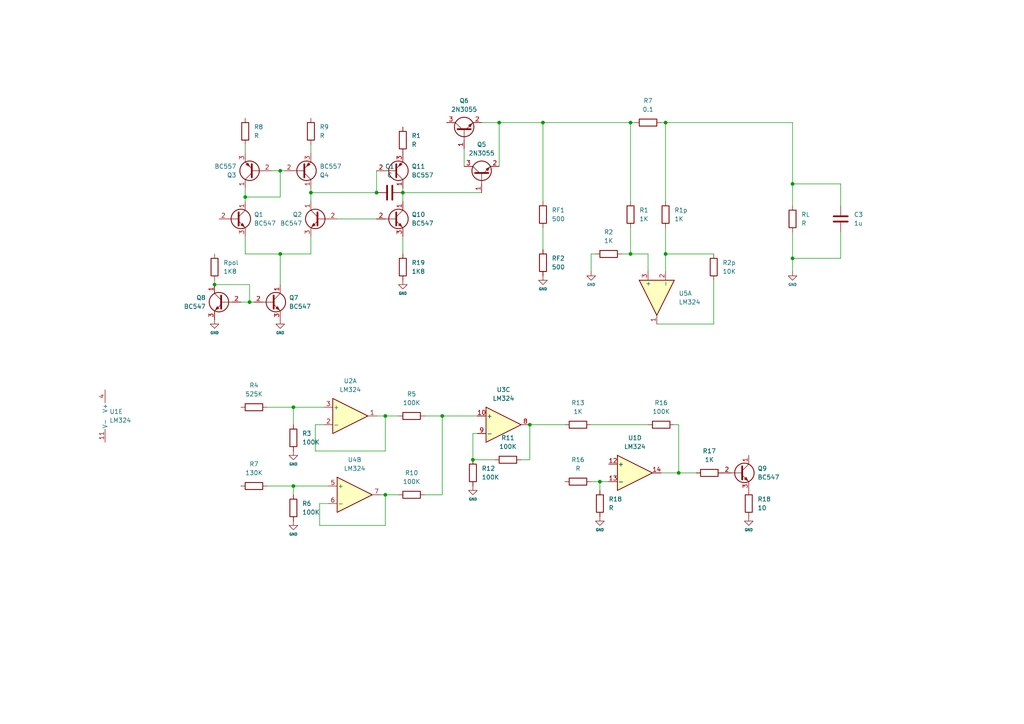
<source format=kicad_sch>
(kicad_sch
	(version 20250114)
	(generator "eeschema")
	(generator_version "9.0")
	(uuid "994297ef-4ddc-40ea-b4d6-64ee58be7864")
	(paper "A4")
	(title_block
		(title "Esquema circuital checkpoint 1")
		(date "28-03-2025")
		(rev "1")
	)
	(lib_symbols
		(symbol "Amplifier_Operational:LM324"
			(pin_names
				(offset 0.127)
			)
			(exclude_from_sim no)
			(in_bom yes)
			(on_board yes)
			(property "Reference" "U"
				(at 0 5.08 0)
				(effects
					(font
						(size 1.27 1.27)
					)
					(justify left)
				)
			)
			(property "Value" "LM324"
				(at 0 -5.08 0)
				(effects
					(font
						(size 1.27 1.27)
					)
					(justify left)
				)
			)
			(property "Footprint" ""
				(at -1.27 2.54 0)
				(effects
					(font
						(size 1.27 1.27)
					)
					(hide yes)
				)
			)
			(property "Datasheet" "http://www.ti.com/lit/ds/symlink/lm2902-n.pdf"
				(at 1.27 5.08 0)
				(effects
					(font
						(size 1.27 1.27)
					)
					(hide yes)
				)
			)
			(property "Description" "Low-Power, Quad-Operational Amplifiers, DIP-14/SOIC-14/SSOP-14"
				(at 0 0 0)
				(effects
					(font
						(size 1.27 1.27)
					)
					(hide yes)
				)
			)
			(property "ki_locked" ""
				(at 0 0 0)
				(effects
					(font
						(size 1.27 1.27)
					)
				)
			)
			(property "ki_keywords" "quad opamp"
				(at 0 0 0)
				(effects
					(font
						(size 1.27 1.27)
					)
					(hide yes)
				)
			)
			(property "ki_fp_filters" "SOIC*3.9x8.7mm*P1.27mm* DIP*W7.62mm* TSSOP*4.4x5mm*P0.65mm* SSOP*5.3x6.2mm*P0.65mm* MSOP*3x3mm*P0.5mm*"
				(at 0 0 0)
				(effects
					(font
						(size 1.27 1.27)
					)
					(hide yes)
				)
			)
			(symbol "LM324_1_1"
				(polyline
					(pts
						(xy -5.08 5.08) (xy 5.08 0) (xy -5.08 -5.08) (xy -5.08 5.08)
					)
					(stroke
						(width 0.254)
						(type default)
					)
					(fill
						(type background)
					)
				)
				(pin input line
					(at -7.62 2.54 0)
					(length 2.54)
					(name "+"
						(effects
							(font
								(size 1.27 1.27)
							)
						)
					)
					(number "3"
						(effects
							(font
								(size 1.27 1.27)
							)
						)
					)
				)
				(pin input line
					(at -7.62 -2.54 0)
					(length 2.54)
					(name "-"
						(effects
							(font
								(size 1.27 1.27)
							)
						)
					)
					(number "2"
						(effects
							(font
								(size 1.27 1.27)
							)
						)
					)
				)
				(pin output line
					(at 7.62 0 180)
					(length 2.54)
					(name "~"
						(effects
							(font
								(size 1.27 1.27)
							)
						)
					)
					(number "1"
						(effects
							(font
								(size 1.27 1.27)
							)
						)
					)
				)
			)
			(symbol "LM324_2_1"
				(polyline
					(pts
						(xy -5.08 5.08) (xy 5.08 0) (xy -5.08 -5.08) (xy -5.08 5.08)
					)
					(stroke
						(width 0.254)
						(type default)
					)
					(fill
						(type background)
					)
				)
				(pin input line
					(at -7.62 2.54 0)
					(length 2.54)
					(name "+"
						(effects
							(font
								(size 1.27 1.27)
							)
						)
					)
					(number "5"
						(effects
							(font
								(size 1.27 1.27)
							)
						)
					)
				)
				(pin input line
					(at -7.62 -2.54 0)
					(length 2.54)
					(name "-"
						(effects
							(font
								(size 1.27 1.27)
							)
						)
					)
					(number "6"
						(effects
							(font
								(size 1.27 1.27)
							)
						)
					)
				)
				(pin output line
					(at 7.62 0 180)
					(length 2.54)
					(name "~"
						(effects
							(font
								(size 1.27 1.27)
							)
						)
					)
					(number "7"
						(effects
							(font
								(size 1.27 1.27)
							)
						)
					)
				)
			)
			(symbol "LM324_3_1"
				(polyline
					(pts
						(xy -5.08 5.08) (xy 5.08 0) (xy -5.08 -5.08) (xy -5.08 5.08)
					)
					(stroke
						(width 0.254)
						(type default)
					)
					(fill
						(type background)
					)
				)
				(pin input line
					(at -7.62 2.54 0)
					(length 2.54)
					(name "+"
						(effects
							(font
								(size 1.27 1.27)
							)
						)
					)
					(number "10"
						(effects
							(font
								(size 1.27 1.27)
							)
						)
					)
				)
				(pin input line
					(at -7.62 -2.54 0)
					(length 2.54)
					(name "-"
						(effects
							(font
								(size 1.27 1.27)
							)
						)
					)
					(number "9"
						(effects
							(font
								(size 1.27 1.27)
							)
						)
					)
				)
				(pin output line
					(at 7.62 0 180)
					(length 2.54)
					(name "~"
						(effects
							(font
								(size 1.27 1.27)
							)
						)
					)
					(number "8"
						(effects
							(font
								(size 1.27 1.27)
							)
						)
					)
				)
			)
			(symbol "LM324_4_1"
				(polyline
					(pts
						(xy -5.08 5.08) (xy 5.08 0) (xy -5.08 -5.08) (xy -5.08 5.08)
					)
					(stroke
						(width 0.254)
						(type default)
					)
					(fill
						(type background)
					)
				)
				(pin input line
					(at -7.62 2.54 0)
					(length 2.54)
					(name "+"
						(effects
							(font
								(size 1.27 1.27)
							)
						)
					)
					(number "12"
						(effects
							(font
								(size 1.27 1.27)
							)
						)
					)
				)
				(pin input line
					(at -7.62 -2.54 0)
					(length 2.54)
					(name "-"
						(effects
							(font
								(size 1.27 1.27)
							)
						)
					)
					(number "13"
						(effects
							(font
								(size 1.27 1.27)
							)
						)
					)
				)
				(pin output line
					(at 7.62 0 180)
					(length 2.54)
					(name "~"
						(effects
							(font
								(size 1.27 1.27)
							)
						)
					)
					(number "14"
						(effects
							(font
								(size 1.27 1.27)
							)
						)
					)
				)
			)
			(symbol "LM324_5_1"
				(pin power_in line
					(at -2.54 7.62 270)
					(length 3.81)
					(name "V+"
						(effects
							(font
								(size 1.27 1.27)
							)
						)
					)
					(number "4"
						(effects
							(font
								(size 1.27 1.27)
							)
						)
					)
				)
				(pin power_in line
					(at -2.54 -7.62 90)
					(length 3.81)
					(name "V-"
						(effects
							(font
								(size 1.27 1.27)
							)
						)
					)
					(number "11"
						(effects
							(font
								(size 1.27 1.27)
							)
						)
					)
				)
			)
			(embedded_fonts no)
		)
		(symbol "Device:C"
			(pin_numbers
				(hide yes)
			)
			(pin_names
				(offset 0.254)
			)
			(exclude_from_sim no)
			(in_bom yes)
			(on_board yes)
			(property "Reference" "C"
				(at 0.635 2.54 0)
				(effects
					(font
						(size 1.27 1.27)
					)
					(justify left)
				)
			)
			(property "Value" "C"
				(at 0.635 -2.54 0)
				(effects
					(font
						(size 1.27 1.27)
					)
					(justify left)
				)
			)
			(property "Footprint" ""
				(at 0.9652 -3.81 0)
				(effects
					(font
						(size 1.27 1.27)
					)
					(hide yes)
				)
			)
			(property "Datasheet" "~"
				(at 0 0 0)
				(effects
					(font
						(size 1.27 1.27)
					)
					(hide yes)
				)
			)
			(property "Description" "Unpolarized capacitor"
				(at 0 0 0)
				(effects
					(font
						(size 1.27 1.27)
					)
					(hide yes)
				)
			)
			(property "ki_keywords" "cap capacitor"
				(at 0 0 0)
				(effects
					(font
						(size 1.27 1.27)
					)
					(hide yes)
				)
			)
			(property "ki_fp_filters" "C_*"
				(at 0 0 0)
				(effects
					(font
						(size 1.27 1.27)
					)
					(hide yes)
				)
			)
			(symbol "C_0_1"
				(polyline
					(pts
						(xy -2.032 0.762) (xy 2.032 0.762)
					)
					(stroke
						(width 0.508)
						(type default)
					)
					(fill
						(type none)
					)
				)
				(polyline
					(pts
						(xy -2.032 -0.762) (xy 2.032 -0.762)
					)
					(stroke
						(width 0.508)
						(type default)
					)
					(fill
						(type none)
					)
				)
			)
			(symbol "C_1_1"
				(pin passive line
					(at 0 3.81 270)
					(length 2.794)
					(name "~"
						(effects
							(font
								(size 1.27 1.27)
							)
						)
					)
					(number "1"
						(effects
							(font
								(size 1.27 1.27)
							)
						)
					)
				)
				(pin passive line
					(at 0 -3.81 90)
					(length 2.794)
					(name "~"
						(effects
							(font
								(size 1.27 1.27)
							)
						)
					)
					(number "2"
						(effects
							(font
								(size 1.27 1.27)
							)
						)
					)
				)
			)
			(embedded_fonts no)
		)
		(symbol "Device:R"
			(pin_numbers
				(hide yes)
			)
			(pin_names
				(offset 0)
			)
			(exclude_from_sim no)
			(in_bom yes)
			(on_board yes)
			(property "Reference" "R"
				(at 2.032 0 90)
				(effects
					(font
						(size 1.27 1.27)
					)
				)
			)
			(property "Value" "R"
				(at 0 0 90)
				(effects
					(font
						(size 1.27 1.27)
					)
				)
			)
			(property "Footprint" ""
				(at -1.778 0 90)
				(effects
					(font
						(size 1.27 1.27)
					)
					(hide yes)
				)
			)
			(property "Datasheet" "~"
				(at 0 0 0)
				(effects
					(font
						(size 1.27 1.27)
					)
					(hide yes)
				)
			)
			(property "Description" "Resistor"
				(at 0 0 0)
				(effects
					(font
						(size 1.27 1.27)
					)
					(hide yes)
				)
			)
			(property "ki_keywords" "R res resistor"
				(at 0 0 0)
				(effects
					(font
						(size 1.27 1.27)
					)
					(hide yes)
				)
			)
			(property "ki_fp_filters" "R_*"
				(at 0 0 0)
				(effects
					(font
						(size 1.27 1.27)
					)
					(hide yes)
				)
			)
			(symbol "R_0_1"
				(rectangle
					(start -1.016 -2.54)
					(end 1.016 2.54)
					(stroke
						(width 0.254)
						(type default)
					)
					(fill
						(type none)
					)
				)
			)
			(symbol "R_1_1"
				(pin passive line
					(at 0 3.81 270)
					(length 1.27)
					(name "~"
						(effects
							(font
								(size 1.27 1.27)
							)
						)
					)
					(number "1"
						(effects
							(font
								(size 1.27 1.27)
							)
						)
					)
				)
				(pin passive line
					(at 0 -3.81 90)
					(length 1.27)
					(name "~"
						(effects
							(font
								(size 1.27 1.27)
							)
						)
					)
					(number "2"
						(effects
							(font
								(size 1.27 1.27)
							)
						)
					)
				)
			)
			(embedded_fonts no)
		)
		(symbol "Transistor_BJT:2N3055"
			(pin_names
				(offset 0)
				(hide yes)
			)
			(exclude_from_sim no)
			(in_bom yes)
			(on_board yes)
			(property "Reference" "Q"
				(at 5.08 1.905 0)
				(effects
					(font
						(size 1.27 1.27)
					)
					(justify left)
				)
			)
			(property "Value" "2N3055"
				(at 5.08 0 0)
				(effects
					(font
						(size 1.27 1.27)
					)
					(justify left)
				)
			)
			(property "Footprint" "Package_TO_SOT_THT:TO-3"
				(at 5.08 -1.905 0)
				(effects
					(font
						(size 1.27 1.27)
						(italic yes)
					)
					(justify left)
					(hide yes)
				)
			)
			(property "Datasheet" "http://www.onsemi.com/pub_link/Collateral/2N3055-D.PDF"
				(at 0 0 0)
				(effects
					(font
						(size 1.27 1.27)
					)
					(justify left)
					(hide yes)
				)
			)
			(property "Description" "15A Ic, 60V Vce, Power NPN Transistor, TO-3"
				(at 0 0 0)
				(effects
					(font
						(size 1.27 1.27)
					)
					(hide yes)
				)
			)
			(property "ki_keywords" "power NPN Transistor"
				(at 0 0 0)
				(effects
					(font
						(size 1.27 1.27)
					)
					(hide yes)
				)
			)
			(property "ki_fp_filters" "TO?3*"
				(at 0 0 0)
				(effects
					(font
						(size 1.27 1.27)
					)
					(hide yes)
				)
			)
			(symbol "2N3055_0_1"
				(polyline
					(pts
						(xy -2.54 0) (xy 0.635 0)
					)
					(stroke
						(width 0)
						(type default)
					)
					(fill
						(type none)
					)
				)
				(polyline
					(pts
						(xy 0.635 1.905) (xy 0.635 -1.905)
					)
					(stroke
						(width 0.508)
						(type default)
					)
					(fill
						(type none)
					)
				)
				(circle
					(center 1.27 0)
					(radius 2.8194)
					(stroke
						(width 0.254)
						(type default)
					)
					(fill
						(type none)
					)
				)
			)
			(symbol "2N3055_1_1"
				(polyline
					(pts
						(xy 0.635 0.635) (xy 2.54 2.54)
					)
					(stroke
						(width 0)
						(type default)
					)
					(fill
						(type none)
					)
				)
				(polyline
					(pts
						(xy 0.635 -0.635) (xy 2.54 -2.54)
					)
					(stroke
						(width 0)
						(type default)
					)
					(fill
						(type none)
					)
				)
				(polyline
					(pts
						(xy 1.27 -1.778) (xy 1.778 -1.27) (xy 2.286 -2.286) (xy 1.27 -1.778)
					)
					(stroke
						(width 0)
						(type default)
					)
					(fill
						(type outline)
					)
				)
				(pin input line
					(at -5.08 0 0)
					(length 2.54)
					(name "B"
						(effects
							(font
								(size 1.27 1.27)
							)
						)
					)
					(number "1"
						(effects
							(font
								(size 1.27 1.27)
							)
						)
					)
				)
				(pin passive line
					(at 2.54 5.08 270)
					(length 2.54)
					(name "C"
						(effects
							(font
								(size 1.27 1.27)
							)
						)
					)
					(number "3"
						(effects
							(font
								(size 1.27 1.27)
							)
						)
					)
				)
				(pin passive line
					(at 2.54 -5.08 90)
					(length 2.54)
					(name "E"
						(effects
							(font
								(size 1.27 1.27)
							)
						)
					)
					(number "2"
						(effects
							(font
								(size 1.27 1.27)
							)
						)
					)
				)
			)
			(embedded_fonts no)
		)
		(symbol "Transistor_BJT:BC547"
			(pin_names
				(offset 0)
				(hide yes)
			)
			(exclude_from_sim no)
			(in_bom yes)
			(on_board yes)
			(property "Reference" "Q"
				(at 5.08 1.905 0)
				(effects
					(font
						(size 1.27 1.27)
					)
					(justify left)
				)
			)
			(property "Value" "BC547"
				(at 5.08 0 0)
				(effects
					(font
						(size 1.27 1.27)
					)
					(justify left)
				)
			)
			(property "Footprint" "Package_TO_SOT_THT:TO-92_Inline"
				(at 5.08 -1.905 0)
				(effects
					(font
						(size 1.27 1.27)
						(italic yes)
					)
					(justify left)
					(hide yes)
				)
			)
			(property "Datasheet" "https://www.onsemi.com/pub/Collateral/BC550-D.pdf"
				(at 0 0 0)
				(effects
					(font
						(size 1.27 1.27)
					)
					(justify left)
					(hide yes)
				)
			)
			(property "Description" "0.1A Ic, 45V Vce, Small Signal NPN Transistor, TO-92"
				(at 0 0 0)
				(effects
					(font
						(size 1.27 1.27)
					)
					(hide yes)
				)
			)
			(property "ki_keywords" "NPN Transistor"
				(at 0 0 0)
				(effects
					(font
						(size 1.27 1.27)
					)
					(hide yes)
				)
			)
			(property "ki_fp_filters" "TO?92*"
				(at 0 0 0)
				(effects
					(font
						(size 1.27 1.27)
					)
					(hide yes)
				)
			)
			(symbol "BC547_0_1"
				(polyline
					(pts
						(xy -2.54 0) (xy 0.635 0)
					)
					(stroke
						(width 0)
						(type default)
					)
					(fill
						(type none)
					)
				)
				(polyline
					(pts
						(xy 0.635 1.905) (xy 0.635 -1.905)
					)
					(stroke
						(width 0.508)
						(type default)
					)
					(fill
						(type none)
					)
				)
				(circle
					(center 1.27 0)
					(radius 2.8194)
					(stroke
						(width 0.254)
						(type default)
					)
					(fill
						(type none)
					)
				)
			)
			(symbol "BC547_1_1"
				(polyline
					(pts
						(xy 0.635 0.635) (xy 2.54 2.54)
					)
					(stroke
						(width 0)
						(type default)
					)
					(fill
						(type none)
					)
				)
				(polyline
					(pts
						(xy 0.635 -0.635) (xy 2.54 -2.54)
					)
					(stroke
						(width 0)
						(type default)
					)
					(fill
						(type none)
					)
				)
				(polyline
					(pts
						(xy 1.27 -1.778) (xy 1.778 -1.27) (xy 2.286 -2.286) (xy 1.27 -1.778)
					)
					(stroke
						(width 0)
						(type default)
					)
					(fill
						(type outline)
					)
				)
				(pin input line
					(at -5.08 0 0)
					(length 2.54)
					(name "B"
						(effects
							(font
								(size 1.27 1.27)
							)
						)
					)
					(number "2"
						(effects
							(font
								(size 1.27 1.27)
							)
						)
					)
				)
				(pin passive line
					(at 2.54 5.08 270)
					(length 2.54)
					(name "C"
						(effects
							(font
								(size 1.27 1.27)
							)
						)
					)
					(number "1"
						(effects
							(font
								(size 1.27 1.27)
							)
						)
					)
				)
				(pin passive line
					(at 2.54 -5.08 90)
					(length 2.54)
					(name "E"
						(effects
							(font
								(size 1.27 1.27)
							)
						)
					)
					(number "3"
						(effects
							(font
								(size 1.27 1.27)
							)
						)
					)
				)
			)
			(embedded_fonts no)
		)
		(symbol "Transistor_BJT:BC557"
			(pin_names
				(offset 0)
				(hide yes)
			)
			(exclude_from_sim no)
			(in_bom yes)
			(on_board yes)
			(property "Reference" "Q"
				(at 5.08 1.905 0)
				(effects
					(font
						(size 1.27 1.27)
					)
					(justify left)
				)
			)
			(property "Value" "BC557"
				(at 5.08 0 0)
				(effects
					(font
						(size 1.27 1.27)
					)
					(justify left)
				)
			)
			(property "Footprint" "Package_TO_SOT_THT:TO-92_Inline"
				(at 5.08 -1.905 0)
				(effects
					(font
						(size 1.27 1.27)
						(italic yes)
					)
					(justify left)
					(hide yes)
				)
			)
			(property "Datasheet" "https://www.onsemi.com/pub/Collateral/BC556BTA-D.pdf"
				(at 0 0 0)
				(effects
					(font
						(size 1.27 1.27)
					)
					(justify left)
					(hide yes)
				)
			)
			(property "Description" "0.1A Ic, 45V Vce, PNP Small Signal Transistor, TO-92"
				(at 0 0 0)
				(effects
					(font
						(size 1.27 1.27)
					)
					(hide yes)
				)
			)
			(property "ki_keywords" "PNP Transistor"
				(at 0 0 0)
				(effects
					(font
						(size 1.27 1.27)
					)
					(hide yes)
				)
			)
			(property "ki_fp_filters" "TO?92*"
				(at 0 0 0)
				(effects
					(font
						(size 1.27 1.27)
					)
					(hide yes)
				)
			)
			(symbol "BC557_0_1"
				(polyline
					(pts
						(xy -2.54 0) (xy 0.635 0)
					)
					(stroke
						(width 0)
						(type default)
					)
					(fill
						(type none)
					)
				)
				(polyline
					(pts
						(xy 0.635 1.905) (xy 0.635 -1.905)
					)
					(stroke
						(width 0.508)
						(type default)
					)
					(fill
						(type none)
					)
				)
				(polyline
					(pts
						(xy 0.635 0.635) (xy 2.54 2.54)
					)
					(stroke
						(width 0)
						(type default)
					)
					(fill
						(type none)
					)
				)
				(polyline
					(pts
						(xy 0.635 -0.635) (xy 2.54 -2.54)
					)
					(stroke
						(width 0)
						(type default)
					)
					(fill
						(type none)
					)
				)
				(circle
					(center 1.27 0)
					(radius 2.8194)
					(stroke
						(width 0.254)
						(type default)
					)
					(fill
						(type none)
					)
				)
				(polyline
					(pts
						(xy 2.286 -1.778) (xy 1.778 -2.286) (xy 1.27 -1.27) (xy 2.286 -1.778)
					)
					(stroke
						(width 0)
						(type default)
					)
					(fill
						(type outline)
					)
				)
			)
			(symbol "BC557_1_1"
				(pin input line
					(at -5.08 0 0)
					(length 2.54)
					(name "B"
						(effects
							(font
								(size 1.27 1.27)
							)
						)
					)
					(number "2"
						(effects
							(font
								(size 1.27 1.27)
							)
						)
					)
				)
				(pin passive line
					(at 2.54 5.08 270)
					(length 2.54)
					(name "C"
						(effects
							(font
								(size 1.27 1.27)
							)
						)
					)
					(number "1"
						(effects
							(font
								(size 1.27 1.27)
							)
						)
					)
				)
				(pin passive line
					(at 2.54 -5.08 90)
					(length 2.54)
					(name "E"
						(effects
							(font
								(size 1.27 1.27)
							)
						)
					)
					(number "3"
						(effects
							(font
								(size 1.27 1.27)
							)
						)
					)
				)
			)
			(embedded_fonts no)
		)
		(symbol "complex_hierarchy:GND"
			(power)
			(pin_names
				(offset 0)
			)
			(exclude_from_sim no)
			(in_bom yes)
			(on_board yes)
			(property "Reference" "#PWR"
				(at 0 -3.81 0)
				(effects
					(font
						(size 1.27 1.27)
					)
					(hide yes)
				)
			)
			(property "Value" "GND"
				(at 0 -3.1242 0)
				(effects
					(font
						(size 0.762 0.762)
					)
				)
			)
			(property "Footprint" ""
				(at 0 0 0)
				(effects
					(font
						(size 1.524 1.524)
					)
				)
			)
			(property "Datasheet" ""
				(at 0 0 0)
				(effects
					(font
						(size 1.524 1.524)
					)
				)
			)
			(property "Description" ""
				(at 0 0 0)
				(effects
					(font
						(size 1.27 1.27)
					)
					(hide yes)
				)
			)
			(symbol "GND_0_1"
				(polyline
					(pts
						(xy 0 0) (xy 0 -1.27) (xy 1.27 -1.27) (xy 0 -2.54) (xy -1.27 -1.27) (xy 0 -1.27)
					)
					(stroke
						(width 0)
						(type default)
					)
					(fill
						(type none)
					)
				)
			)
			(symbol "GND_1_1"
				(pin power_in line
					(at 0 0 270)
					(length 0)
					(hide yes)
					(name "GND"
						(effects
							(font
								(size 0.762 0.762)
							)
						)
					)
					(number "1"
						(effects
							(font
								(size 0.508 0.508)
							)
						)
					)
				)
			)
			(embedded_fonts no)
		)
		(symbol "complex_hierarchy:R"
			(pin_numbers
				(hide yes)
			)
			(pin_names
				(offset 0)
			)
			(exclude_from_sim no)
			(in_bom yes)
			(on_board yes)
			(property "Reference" "R"
				(at 2.032 0 90)
				(effects
					(font
						(size 1.27 1.27)
					)
				)
			)
			(property "Value" "R"
				(at 0 0 90)
				(effects
					(font
						(size 1.27 1.27)
					)
				)
			)
			(property "Footprint" ""
				(at -1.778 0 90)
				(effects
					(font
						(size 0.762 0.762)
					)
				)
			)
			(property "Datasheet" ""
				(at 0 0 0)
				(effects
					(font
						(size 0.762 0.762)
					)
				)
			)
			(property "Description" ""
				(at 0 0 0)
				(effects
					(font
						(size 1.27 1.27)
					)
					(hide yes)
				)
			)
			(property "ki_fp_filters" "R_* Resistor_*"
				(at 0 0 0)
				(effects
					(font
						(size 1.27 1.27)
					)
					(hide yes)
				)
			)
			(symbol "R_0_1"
				(rectangle
					(start -1.016 -2.54)
					(end 1.016 2.54)
					(stroke
						(width 0.254)
						(type default)
					)
					(fill
						(type none)
					)
				)
			)
			(symbol "R_1_1"
				(pin passive line
					(at 0 3.81 270)
					(length 1.27)
					(name "~"
						(effects
							(font
								(size 1.524 1.524)
							)
						)
					)
					(number "1"
						(effects
							(font
								(size 1.524 1.524)
							)
						)
					)
				)
				(pin passive line
					(at 0 -3.81 90)
					(length 1.27)
					(name "~"
						(effects
							(font
								(size 1.524 1.524)
							)
						)
					)
					(number "2"
						(effects
							(font
								(size 1.524 1.524)
							)
						)
					)
				)
			)
			(embedded_fonts no)
		)
	)
	(junction
		(at 62.23 82.55)
		(diameter 0)
		(color 0 0 0 0)
		(uuid "04aa9fd0-42cb-45d0-b6ed-f4a99d9850b9")
	)
	(junction
		(at 137.16 133.35)
		(diameter 0)
		(color 0 0 0 0)
		(uuid "0be636e1-62ff-42a9-b89a-12479fdbca86")
	)
	(junction
		(at 193.04 35.56)
		(diameter 0)
		(color 0 0 0 0)
		(uuid "0e942042-0a66-47d4-8385-65f2579cf91b")
	)
	(junction
		(at 85.09 140.97)
		(diameter 0)
		(color 0 0 0 0)
		(uuid "2aae8701-22e7-4a67-82f1-5a50c884c4ee")
	)
	(junction
		(at 173.99 139.7)
		(diameter 0)
		(color 0 0 0 0)
		(uuid "2ec91f49-01ea-424a-a46f-d802f53dbee9")
	)
	(junction
		(at 111.76 120.65)
		(diameter 0)
		(color 0 0 0 0)
		(uuid "54c5e538-f2d3-41a7-8322-55f433ff93aa")
	)
	(junction
		(at 229.87 53.34)
		(diameter 0)
		(color 0 0 0 0)
		(uuid "565fc650-c6eb-4ca1-8f36-d8e3a9291531")
	)
	(junction
		(at 196.85 137.16)
		(diameter 0)
		(color 0 0 0 0)
		(uuid "638b2f59-0cb9-47c7-913d-4ee21cebc94a")
	)
	(junction
		(at 90.17 55.88)
		(diameter 0)
		(color 0 0 0 0)
		(uuid "77aa73e9-a5ad-4fce-9a8d-82a573caf6af")
	)
	(junction
		(at 153.67 123.19)
		(diameter 0)
		(color 0 0 0 0)
		(uuid "8a4ce2b6-672e-42f6-a077-d02e528ad83c")
	)
	(junction
		(at 128.27 120.65)
		(diameter 0)
		(color 0 0 0 0)
		(uuid "8f5f9c5f-1fb9-4af1-94a3-228c868ef740")
	)
	(junction
		(at 81.28 73.66)
		(diameter 0)
		(color 0 0 0 0)
		(uuid "933249ba-d369-427c-afaa-e2789dca9f04")
	)
	(junction
		(at 182.88 73.66)
		(diameter 0)
		(color 0 0 0 0)
		(uuid "94760708-aac9-4880-ada5-b77599bd784e")
	)
	(junction
		(at 72.39 87.63)
		(diameter 0)
		(color 0 0 0 0)
		(uuid "980feb42-b016-4c87-a7e0-e5bf56ccb719")
	)
	(junction
		(at 229.87 74.93)
		(diameter 0)
		(color 0 0 0 0)
		(uuid "9b9e56cd-f647-48a4-b4e5-8fe2274f7f27")
	)
	(junction
		(at 193.04 73.66)
		(diameter 0)
		(color 0 0 0 0)
		(uuid "a3aeab17-7897-4fd2-bb54-ebc12ad6af0c")
	)
	(junction
		(at 157.48 35.56)
		(diameter 0)
		(color 0 0 0 0)
		(uuid "a6db25bc-7555-40b8-93ab-3256e43c7c45")
	)
	(junction
		(at 81.28 49.53)
		(diameter 0)
		(color 0 0 0 0)
		(uuid "aca2b6f5-9747-46b6-bdae-8c67f46191bc")
	)
	(junction
		(at 182.88 35.56)
		(diameter 0)
		(color 0 0 0 0)
		(uuid "bb4e9f2e-a2db-437c-ae38-2f82a6bbce40")
	)
	(junction
		(at 116.84 55.88)
		(diameter 0)
		(color 0 0 0 0)
		(uuid "bd73ff61-4601-4fcc-a822-00edaf3a66ff")
	)
	(junction
		(at 71.12 57.15)
		(diameter 0)
		(color 0 0 0 0)
		(uuid "d1a35f6e-d8a8-443e-8117-00e2d3e3ba96")
	)
	(junction
		(at 109.22 55.88)
		(diameter 0)
		(color 0 0 0 0)
		(uuid "d6c4105c-e2be-4878-a020-9987cdf800d5")
	)
	(junction
		(at 111.76 143.51)
		(diameter 0)
		(color 0 0 0 0)
		(uuid "d8aa9691-9189-4a8b-888e-bb62c26e1772")
	)
	(junction
		(at 144.78 35.56)
		(diameter 0)
		(color 0 0 0 0)
		(uuid "dddc9826-1993-4c7c-9d93-e4afb8ea0dca")
	)
	(junction
		(at 85.09 118.11)
		(diameter 0)
		(color 0 0 0 0)
		(uuid "e66bfb57-3212-4391-93df-32da09dea798")
	)
	(wire
		(pts
			(xy 109.22 120.65) (xy 111.76 120.65)
		)
		(stroke
			(width 0)
			(type default)
		)
		(uuid "00b1a27a-2309-4a16-a9e8-a7531ddfa72f")
	)
	(wire
		(pts
			(xy 195.58 123.19) (xy 196.85 123.19)
		)
		(stroke
			(width 0)
			(type default)
		)
		(uuid "0103d60d-516e-4a1d-9b57-efdb3c9057eb")
	)
	(wire
		(pts
			(xy 137.16 133.35) (xy 143.51 133.35)
		)
		(stroke
			(width 0)
			(type default)
		)
		(uuid "0327a4aa-55b5-4162-8834-b523cf7a70c5")
	)
	(wire
		(pts
			(xy 173.99 142.24) (xy 173.99 139.7)
		)
		(stroke
			(width 0)
			(type default)
		)
		(uuid "044cdb74-d137-4267-8ebe-1a23350fe3d3")
	)
	(wire
		(pts
			(xy 180.34 73.66) (xy 182.88 73.66)
		)
		(stroke
			(width 0)
			(type default)
		)
		(uuid "048e6287-14be-4e3c-a099-a71079b8e681")
	)
	(wire
		(pts
			(xy 85.09 118.11) (xy 93.98 118.11)
		)
		(stroke
			(width 0)
			(type default)
		)
		(uuid "04eebe9b-7076-4fa4-9af2-0bbb86d7fd4d")
	)
	(wire
		(pts
			(xy 92.71 146.05) (xy 92.71 152.4)
		)
		(stroke
			(width 0)
			(type default)
		)
		(uuid "0cbc15c5-42bf-4b6d-ad8b-54eede33d84f")
	)
	(wire
		(pts
			(xy 77.47 140.97) (xy 85.09 140.97)
		)
		(stroke
			(width 0)
			(type default)
		)
		(uuid "0f237f1f-bc2b-489b-af0c-91fe277c78bd")
	)
	(wire
		(pts
			(xy 72.39 87.63) (xy 73.66 87.63)
		)
		(stroke
			(width 0)
			(type default)
		)
		(uuid "12b9f4b8-af96-409e-acb1-6c334cdd10dc")
	)
	(wire
		(pts
			(xy 193.04 73.66) (xy 207.01 73.66)
		)
		(stroke
			(width 0)
			(type default)
		)
		(uuid "16a8def4-e2fd-40e4-bedb-f9a627779d26")
	)
	(wire
		(pts
			(xy 193.04 35.56) (xy 191.77 35.56)
		)
		(stroke
			(width 0)
			(type default)
		)
		(uuid "1f6f55c8-f29e-4d9c-bca5-ee6f212577bf")
	)
	(wire
		(pts
			(xy 190.5 93.98) (xy 207.01 93.98)
		)
		(stroke
			(width 0)
			(type default)
		)
		(uuid "21033857-3ff1-479c-af70-3393979e6b5e")
	)
	(wire
		(pts
			(xy 116.84 55.88) (xy 139.7 55.88)
		)
		(stroke
			(width 0)
			(type default)
		)
		(uuid "214bb2ed-2bfa-45ee-9ead-b492d4f7082f")
	)
	(wire
		(pts
			(xy 137.16 125.73) (xy 138.43 125.73)
		)
		(stroke
			(width 0)
			(type default)
		)
		(uuid "235dd825-7b21-4c2a-bbe4-2195b1d89c05")
	)
	(wire
		(pts
			(xy 191.77 137.16) (xy 196.85 137.16)
		)
		(stroke
			(width 0)
			(type default)
		)
		(uuid "24013dd4-7121-4d54-9100-018f3ef5fd07")
	)
	(wire
		(pts
			(xy 71.12 41.91) (xy 71.12 44.45)
		)
		(stroke
			(width 0)
			(type default)
		)
		(uuid "28433db9-e781-4f3c-a4f2-54cd4e32fd18")
	)
	(wire
		(pts
			(xy 157.48 58.42) (xy 157.48 35.56)
		)
		(stroke
			(width 0)
			(type default)
		)
		(uuid "28637b22-9fed-472c-9cda-86b3f5033075")
	)
	(wire
		(pts
			(xy 111.76 143.51) (xy 115.57 143.51)
		)
		(stroke
			(width 0)
			(type default)
		)
		(uuid "2a81e4a2-b299-476a-8f78-47a781b87f38")
	)
	(wire
		(pts
			(xy 71.12 73.66) (xy 81.28 73.66)
		)
		(stroke
			(width 0)
			(type default)
		)
		(uuid "325194c4-e984-4e9c-a202-dc75b18cda40")
	)
	(wire
		(pts
			(xy 207.01 81.28) (xy 207.01 93.98)
		)
		(stroke
			(width 0)
			(type default)
		)
		(uuid "330a0544-b809-49da-86e2-e926ac204dec")
	)
	(wire
		(pts
			(xy 71.12 54.61) (xy 71.12 57.15)
		)
		(stroke
			(width 0)
			(type default)
		)
		(uuid "34ce6ba0-68ca-4a11-b16b-ed13e023d29b")
	)
	(wire
		(pts
			(xy 85.09 123.19) (xy 85.09 118.11)
		)
		(stroke
			(width 0)
			(type default)
		)
		(uuid "3911640a-55a6-454c-9102-d30901331d67")
	)
	(wire
		(pts
			(xy 196.85 123.19) (xy 196.85 137.16)
		)
		(stroke
			(width 0)
			(type default)
		)
		(uuid "3c9b0672-5116-4dce-87a1-934612b51999")
	)
	(wire
		(pts
			(xy 93.98 123.19) (xy 91.44 123.19)
		)
		(stroke
			(width 0)
			(type default)
		)
		(uuid "3ce3c137-98a7-4db1-85b0-0003b9f67758")
	)
	(wire
		(pts
			(xy 85.09 140.97) (xy 85.09 143.51)
		)
		(stroke
			(width 0)
			(type default)
		)
		(uuid "407d93af-95e2-4f92-9915-dca7a504af40")
	)
	(wire
		(pts
			(xy 92.71 152.4) (xy 111.76 152.4)
		)
		(stroke
			(width 0)
			(type default)
		)
		(uuid "40d8daa9-f6f8-475e-aba4-0c28061684a3")
	)
	(wire
		(pts
			(xy 139.7 35.56) (xy 144.78 35.56)
		)
		(stroke
			(width 0)
			(type default)
		)
		(uuid "41284d9a-122f-4241-a88c-f274b1ec5c24")
	)
	(wire
		(pts
			(xy 196.85 137.16) (xy 201.93 137.16)
		)
		(stroke
			(width 0)
			(type default)
		)
		(uuid "44e5f449-fa3b-45bd-a21d-f11dc48b9e22")
	)
	(wire
		(pts
			(xy 243.84 67.31) (xy 243.84 74.93)
		)
		(stroke
			(width 0)
			(type default)
		)
		(uuid "4af8afff-1fe4-487a-994f-66c30041c9fe")
	)
	(wire
		(pts
			(xy 111.76 143.51) (xy 111.76 152.4)
		)
		(stroke
			(width 0)
			(type default)
		)
		(uuid "50a8f564-6974-40e5-9a0f-835e2d8e8c26")
	)
	(wire
		(pts
			(xy 62.23 82.55) (xy 72.39 82.55)
		)
		(stroke
			(width 0)
			(type default)
		)
		(uuid "51790fa8-3a46-4b12-a1e9-67dcae4c406b")
	)
	(wire
		(pts
			(xy 110.49 143.51) (xy 111.76 143.51)
		)
		(stroke
			(width 0)
			(type default)
		)
		(uuid "51a54c65-f76a-4469-989d-6ede470757c6")
	)
	(wire
		(pts
			(xy 157.48 35.56) (xy 182.88 35.56)
		)
		(stroke
			(width 0)
			(type default)
		)
		(uuid "545679f2-4165-4d94-81c4-c3b73c0756da")
	)
	(wire
		(pts
			(xy 78.74 49.53) (xy 81.28 49.53)
		)
		(stroke
			(width 0)
			(type default)
		)
		(uuid "63a1e595-e496-414c-81b2-89bd80f7ad7c")
	)
	(wire
		(pts
			(xy 95.25 146.05) (xy 92.71 146.05)
		)
		(stroke
			(width 0)
			(type default)
		)
		(uuid "63dd3e12-e537-4ef7-a3ce-59de7c4a388a")
	)
	(wire
		(pts
			(xy 71.12 57.15) (xy 81.28 57.15)
		)
		(stroke
			(width 0)
			(type default)
		)
		(uuid "6476c13c-5c41-4390-8263-cdb057b0e27d")
	)
	(wire
		(pts
			(xy 163.83 123.19) (xy 153.67 123.19)
		)
		(stroke
			(width 0)
			(type default)
		)
		(uuid "6478edc0-da52-4206-8580-80e9bd28d39b")
	)
	(wire
		(pts
			(xy 72.39 87.63) (xy 72.39 82.55)
		)
		(stroke
			(width 0)
			(type default)
		)
		(uuid "65573c37-bd3b-41cd-ab4a-0d2383826b00")
	)
	(wire
		(pts
			(xy 90.17 41.91) (xy 90.17 44.45)
		)
		(stroke
			(width 0)
			(type default)
		)
		(uuid "6902fa8c-4d44-4ba0-ab6c-46f857cfc53a")
	)
	(wire
		(pts
			(xy 109.22 49.53) (xy 109.22 55.88)
		)
		(stroke
			(width 0)
			(type default)
		)
		(uuid "6b0bea2b-47e5-443f-88a2-39869218aa77")
	)
	(wire
		(pts
			(xy 229.87 67.31) (xy 229.87 74.93)
		)
		(stroke
			(width 0)
			(type default)
		)
		(uuid "6e3919e6-acf7-41f2-b866-ba70fd47da36")
	)
	(wire
		(pts
			(xy 81.28 73.66) (xy 81.28 82.55)
		)
		(stroke
			(width 0)
			(type default)
		)
		(uuid "6e87d960-ed5b-4be3-aa60-197eae958920")
	)
	(wire
		(pts
			(xy 123.19 143.51) (xy 128.27 143.51)
		)
		(stroke
			(width 0)
			(type default)
		)
		(uuid "7030e1f8-4fc2-44fb-a7e9-70155dcfea99")
	)
	(wire
		(pts
			(xy 182.88 35.56) (xy 184.15 35.56)
		)
		(stroke
			(width 0)
			(type default)
		)
		(uuid "72585cca-9ddd-484e-912e-81ef117168fd")
	)
	(wire
		(pts
			(xy 229.87 59.69) (xy 229.87 53.34)
		)
		(stroke
			(width 0)
			(type default)
		)
		(uuid "73d1d803-e27a-4658-abc0-6cdee33299ba")
	)
	(wire
		(pts
			(xy 71.12 68.58) (xy 71.12 73.66)
		)
		(stroke
			(width 0)
			(type default)
		)
		(uuid "77b2d0f8-abf5-4c77-b711-b809885d7380")
	)
	(wire
		(pts
			(xy 77.47 118.11) (xy 85.09 118.11)
		)
		(stroke
			(width 0)
			(type default)
		)
		(uuid "7d88bd9a-f63e-4af0-9ef6-60d1ba9f51df")
	)
	(wire
		(pts
			(xy 193.04 73.66) (xy 193.04 78.74)
		)
		(stroke
			(width 0)
			(type default)
		)
		(uuid "7dff5159-daa5-46af-8284-97959e4d032f")
	)
	(wire
		(pts
			(xy 91.44 123.19) (xy 91.44 130.81)
		)
		(stroke
			(width 0)
			(type default)
		)
		(uuid "809a900a-ec0d-418e-94d8-604a14652cd5")
	)
	(wire
		(pts
			(xy 134.62 43.18) (xy 134.62 48.26)
		)
		(stroke
			(width 0)
			(type default)
		)
		(uuid "8248c9b6-4e7c-4eb6-812f-7d008c51fe37")
	)
	(wire
		(pts
			(xy 182.88 73.66) (xy 187.96 73.66)
		)
		(stroke
			(width 0)
			(type default)
		)
		(uuid "83a282b5-aced-4a04-9c08-25af4253d43b")
	)
	(wire
		(pts
			(xy 193.04 58.42) (xy 193.04 35.56)
		)
		(stroke
			(width 0)
			(type default)
		)
		(uuid "84014f6a-1a9d-4a46-93fc-902a5234e7af")
	)
	(wire
		(pts
			(xy 243.84 59.69) (xy 243.84 53.34)
		)
		(stroke
			(width 0)
			(type default)
		)
		(uuid "843d3657-4b43-47ef-8fd7-095bdc1f4fbb")
	)
	(wire
		(pts
			(xy 69.85 87.63) (xy 72.39 87.63)
		)
		(stroke
			(width 0)
			(type default)
		)
		(uuid "8682462e-d46a-4418-970b-0cda14510d49")
	)
	(wire
		(pts
			(xy 171.45 123.19) (xy 187.96 123.19)
		)
		(stroke
			(width 0)
			(type default)
		)
		(uuid "95405a3a-8df6-42b9-9c21-27e6f02052c4")
	)
	(wire
		(pts
			(xy 144.78 35.56) (xy 157.48 35.56)
		)
		(stroke
			(width 0)
			(type default)
		)
		(uuid "9561a88a-e003-45d5-bb73-95cdb3083366")
	)
	(wire
		(pts
			(xy 97.79 63.5) (xy 109.22 63.5)
		)
		(stroke
			(width 0)
			(type default)
		)
		(uuid "97bc3481-a860-4571-82a5-c7b97511ddfa")
	)
	(wire
		(pts
			(xy 153.67 123.19) (xy 153.67 133.35)
		)
		(stroke
			(width 0)
			(type default)
		)
		(uuid "996884c0-2169-4499-8259-20a1c1221f70")
	)
	(wire
		(pts
			(xy 229.87 53.34) (xy 243.84 53.34)
		)
		(stroke
			(width 0)
			(type default)
		)
		(uuid "9c3ce0ca-f875-4be4-bc94-c30d7031f48c")
	)
	(wire
		(pts
			(xy 111.76 120.65) (xy 115.57 120.65)
		)
		(stroke
			(width 0)
			(type default)
		)
		(uuid "9c7aa059-e783-4dbc-96c0-007adbd422ef")
	)
	(wire
		(pts
			(xy 111.76 120.65) (xy 111.76 130.81)
		)
		(stroke
			(width 0)
			(type default)
		)
		(uuid "9c7b5040-f500-4933-852e-9d913d6c5158")
	)
	(wire
		(pts
			(xy 116.84 68.58) (xy 116.84 73.66)
		)
		(stroke
			(width 0)
			(type default)
		)
		(uuid "a062717d-63a1-49fb-b744-298dc3aab0c0")
	)
	(wire
		(pts
			(xy 229.87 74.93) (xy 243.84 74.93)
		)
		(stroke
			(width 0)
			(type default)
		)
		(uuid "a3cffca2-3b5e-4da1-957f-6fa9a73280fa")
	)
	(wire
		(pts
			(xy 90.17 54.61) (xy 90.17 55.88)
		)
		(stroke
			(width 0)
			(type default)
		)
		(uuid "a4ef2480-69e1-44d2-b478-48566173a1e8")
	)
	(wire
		(pts
			(xy 229.87 53.34) (xy 229.87 35.56)
		)
		(stroke
			(width 0)
			(type default)
		)
		(uuid "a53362c8-a705-463a-a814-c118aee7093c")
	)
	(wire
		(pts
			(xy 90.17 55.88) (xy 90.17 58.42)
		)
		(stroke
			(width 0)
			(type default)
		)
		(uuid "a6e083ff-15a3-4039-9410-d91f60f0929c")
	)
	(wire
		(pts
			(xy 173.99 139.7) (xy 176.53 139.7)
		)
		(stroke
			(width 0)
			(type default)
		)
		(uuid "a88520da-6d82-4ad8-bd42-b4698e1d8660")
	)
	(wire
		(pts
			(xy 128.27 120.65) (xy 138.43 120.65)
		)
		(stroke
			(width 0)
			(type default)
		)
		(uuid "ad0e95b6-b7cb-4fbf-921f-9d9623c72b6b")
	)
	(wire
		(pts
			(xy 90.17 55.88) (xy 109.22 55.88)
		)
		(stroke
			(width 0)
			(type default)
		)
		(uuid "b13a36d9-7e60-4165-8e02-79d5b9feb52e")
	)
	(wire
		(pts
			(xy 229.87 74.93) (xy 229.87 78.74)
		)
		(stroke
			(width 0)
			(type default)
		)
		(uuid "b4437380-17e8-4108-b392-377060b871e3")
	)
	(wire
		(pts
			(xy 116.84 54.61) (xy 116.84 55.88)
		)
		(stroke
			(width 0)
			(type default)
		)
		(uuid "b70e683f-0614-463c-a255-a1c548efb367")
	)
	(wire
		(pts
			(xy 193.04 35.56) (xy 229.87 35.56)
		)
		(stroke
			(width 0)
			(type default)
		)
		(uuid "b839e19b-7c2f-4a62-8ab0-d590f90913bf")
	)
	(wire
		(pts
			(xy 171.45 139.7) (xy 173.99 139.7)
		)
		(stroke
			(width 0)
			(type default)
		)
		(uuid "b8bbfbf8-63d0-4dfd-9240-7d55ee48ad60")
	)
	(wire
		(pts
			(xy 182.88 66.04) (xy 182.88 73.66)
		)
		(stroke
			(width 0)
			(type default)
		)
		(uuid "bf197a1a-b55b-4b76-a2c3-206d1789e855")
	)
	(wire
		(pts
			(xy 123.19 120.65) (xy 128.27 120.65)
		)
		(stroke
			(width 0)
			(type default)
		)
		(uuid "c32c5dbb-ca41-4754-b3b1-27e262b7700b")
	)
	(wire
		(pts
			(xy 171.45 73.66) (xy 172.72 73.66)
		)
		(stroke
			(width 0)
			(type default)
		)
		(uuid "c77df808-943e-4f73-9e9a-05b95f88a266")
	)
	(wire
		(pts
			(xy 81.28 73.66) (xy 90.17 73.66)
		)
		(stroke
			(width 0)
			(type default)
		)
		(uuid "c7fd87bc-48a8-4ad3-a7bc-5db6ab9a6276")
	)
	(wire
		(pts
			(xy 187.96 78.74) (xy 187.96 73.66)
		)
		(stroke
			(width 0)
			(type default)
		)
		(uuid "ca5136e0-31eb-4667-84d0-a48ae43534b7")
	)
	(wire
		(pts
			(xy 137.16 133.35) (xy 137.16 125.73)
		)
		(stroke
			(width 0)
			(type default)
		)
		(uuid "cab56ad2-3e31-484e-802f-b0b9411384ef")
	)
	(wire
		(pts
			(xy 81.28 49.53) (xy 81.28 57.15)
		)
		(stroke
			(width 0)
			(type default)
		)
		(uuid "cacf1a42-34dd-40cc-b3de-003ad2deade2")
	)
	(wire
		(pts
			(xy 182.88 58.42) (xy 182.88 35.56)
		)
		(stroke
			(width 0)
			(type default)
		)
		(uuid "cb637f88-e268-40f2-9733-f48c8231e545")
	)
	(wire
		(pts
			(xy 144.78 48.26) (xy 144.78 35.56)
		)
		(stroke
			(width 0)
			(type default)
		)
		(uuid "d30a42c8-c475-4c10-af4f-e925edbacec9")
	)
	(wire
		(pts
			(xy 151.13 133.35) (xy 153.67 133.35)
		)
		(stroke
			(width 0)
			(type default)
		)
		(uuid "d83e6c65-f6a9-4742-b39e-69d569179288")
	)
	(wire
		(pts
			(xy 157.48 66.04) (xy 157.48 72.39)
		)
		(stroke
			(width 0)
			(type default)
		)
		(uuid "d8af8d15-c5ff-4ff7-b72f-adb4da9259f1")
	)
	(wire
		(pts
			(xy 128.27 143.51) (xy 128.27 120.65)
		)
		(stroke
			(width 0)
			(type default)
		)
		(uuid "e0e026c6-2dd0-4a9f-a20b-e828ea2eed49")
	)
	(wire
		(pts
			(xy 81.28 49.53) (xy 82.55 49.53)
		)
		(stroke
			(width 0)
			(type default)
		)
		(uuid "e160ac36-08de-43c1-bcfd-51894e0e1728")
	)
	(wire
		(pts
			(xy 62.23 81.28) (xy 62.23 82.55)
		)
		(stroke
			(width 0)
			(type default)
		)
		(uuid "e8ef194b-ae6e-4e2d-81df-069fab9d2f3f")
	)
	(wire
		(pts
			(xy 91.44 130.81) (xy 111.76 130.81)
		)
		(stroke
			(width 0)
			(type default)
		)
		(uuid "e9f215ea-6ede-4e4e-a118-5aa67be5a194")
	)
	(wire
		(pts
			(xy 116.84 55.88) (xy 116.84 58.42)
		)
		(stroke
			(width 0)
			(type default)
		)
		(uuid "f41c194c-125e-4811-99d1-7ddc3f665a48")
	)
	(wire
		(pts
			(xy 90.17 68.58) (xy 90.17 73.66)
		)
		(stroke
			(width 0)
			(type default)
		)
		(uuid "f4749ead-a97e-414a-b685-f3059c94a9bd")
	)
	(wire
		(pts
			(xy 171.45 78.74) (xy 171.45 73.66)
		)
		(stroke
			(width 0)
			(type default)
		)
		(uuid "f59dbfad-b067-4677-bce2-4e482c558e3f")
	)
	(wire
		(pts
			(xy 71.12 57.15) (xy 71.12 58.42)
		)
		(stroke
			(width 0)
			(type default)
		)
		(uuid "fc6975b2-824f-45f6-ade5-4a3ce063ee6a")
	)
	(wire
		(pts
			(xy 85.09 140.97) (xy 95.25 140.97)
		)
		(stroke
			(width 0)
			(type default)
		)
		(uuid "fc6b74e5-0caa-49b3-91c6-eceeaf0c931e")
	)
	(wire
		(pts
			(xy 193.04 66.04) (xy 193.04 73.66)
		)
		(stroke
			(width 0)
			(type default)
		)
		(uuid "fe9f84a8-35cd-4fad-8961-45a3c28c9aa9")
	)
	(symbol
		(lib_id "Device:C")
		(at 113.03 55.88 90)
		(unit 1)
		(exclude_from_sim no)
		(in_bom yes)
		(on_board yes)
		(dnp no)
		(fields_autoplaced yes)
		(uuid "03b8cffe-9af4-4fb7-bc71-20af25a6fe21")
		(property "Reference" "C1"
			(at 113.03 48.26 90)
			(effects
				(font
					(size 1.27 1.27)
				)
			)
		)
		(property "Value" "C"
			(at 113.03 50.8 90)
			(effects
				(font
					(size 1.27 1.27)
				)
			)
		)
		(property "Footprint" ""
			(at 116.84 54.9148 0)
			(effects
				(font
					(size 1.27 1.27)
				)
				(hide yes)
			)
		)
		(property "Datasheet" "~"
			(at 113.03 55.88 0)
			(effects
				(font
					(size 1.27 1.27)
				)
				(hide yes)
			)
		)
		(property "Description" "Unpolarized capacitor"
			(at 113.03 55.88 0)
			(effects
				(font
					(size 1.27 1.27)
				)
				(hide yes)
			)
		)
		(pin "1"
			(uuid "75961563-193d-4493-a14b-151948a15b94")
		)
		(pin "2"
			(uuid "2bf81a31-0aa8-4c20-a58e-69bff07f6074")
		)
		(instances
			(project ""
				(path "/994297ef-4ddc-40ea-b4d6-64ee58be7864"
					(reference "C1")
					(unit 1)
				)
			)
		)
	)
	(symbol
		(lib_id "Device:R")
		(at 205.74 137.16 90)
		(unit 1)
		(exclude_from_sim no)
		(in_bom yes)
		(on_board yes)
		(dnp no)
		(fields_autoplaced yes)
		(uuid "03d58c76-51e6-482e-b8e5-79a95fe3ac0e")
		(property "Reference" "R17"
			(at 205.74 130.81 90)
			(effects
				(font
					(size 1.27 1.27)
				)
			)
		)
		(property "Value" "1K"
			(at 205.74 133.35 90)
			(effects
				(font
					(size 1.27 1.27)
				)
			)
		)
		(property "Footprint" ""
			(at 205.74 138.938 90)
			(effects
				(font
					(size 1.27 1.27)
				)
				(hide yes)
			)
		)
		(property "Datasheet" "~"
			(at 205.74 137.16 0)
			(effects
				(font
					(size 1.27 1.27)
				)
				(hide yes)
			)
		)
		(property "Description" "Resistor"
			(at 205.74 137.16 0)
			(effects
				(font
					(size 1.27 1.27)
				)
				(hide yes)
			)
		)
		(pin "2"
			(uuid "e0b5c634-b54b-42c9-b6ce-8954fd6a764d")
		)
		(pin "1"
			(uuid "c6cccd8a-d889-45ac-9eb4-f704bc17196a")
		)
		(instances
			(project ""
				(path "/994297ef-4ddc-40ea-b4d6-64ee58be7864"
					(reference "R17")
					(unit 1)
				)
			)
		)
	)
	(symbol
		(lib_id "complex_hierarchy:GND")
		(at 171.45 78.74 0)
		(unit 1)
		(exclude_from_sim no)
		(in_bom yes)
		(on_board yes)
		(dnp no)
		(fields_autoplaced yes)
		(uuid "064b096b-9adb-4f87-9ffc-77463205c6f5")
		(property "Reference" "#PWR05"
			(at 171.45 82.55 0)
			(effects
				(font
					(size 1.27 1.27)
				)
				(hide yes)
			)
		)
		(property "Value" "GND"
			(at 171.45 82.55 0)
			(effects
				(font
					(size 0.762 0.762)
				)
			)
		)
		(property "Footprint" ""
			(at 171.45 78.74 0)
			(effects
				(font
					(size 1.524 1.524)
				)
			)
		)
		(property "Datasheet" ""
			(at 171.45 78.74 0)
			(effects
				(font
					(size 1.524 1.524)
				)
			)
		)
		(property "Description" ""
			(at 171.45 78.74 0)
			(effects
				(font
					(size 1.27 1.27)
				)
				(hide yes)
			)
		)
		(pin "1"
			(uuid "1f51df64-cc87-4f80-8901-916072d9aea8")
		)
		(instances
			(project ""
				(path "/994297ef-4ddc-40ea-b4d6-64ee58be7864"
					(reference "#PWR05")
					(unit 1)
				)
			)
		)
	)
	(symbol
		(lib_id "complex_hierarchy:GND")
		(at 217.17 149.86 0)
		(unit 1)
		(exclude_from_sim no)
		(in_bom yes)
		(on_board yes)
		(dnp no)
		(fields_autoplaced yes)
		(uuid "10934f68-ed64-4708-a024-aa72dbab2f72")
		(property "Reference" "#PWR08"
			(at 217.17 153.67 0)
			(effects
				(font
					(size 1.27 1.27)
				)
				(hide yes)
			)
		)
		(property "Value" "GND"
			(at 217.17 153.67 0)
			(effects
				(font
					(size 0.762 0.762)
				)
			)
		)
		(property "Footprint" ""
			(at 217.17 149.86 0)
			(effects
				(font
					(size 1.524 1.524)
				)
			)
		)
		(property "Datasheet" ""
			(at 217.17 149.86 0)
			(effects
				(font
					(size 1.524 1.524)
				)
			)
		)
		(property "Description" ""
			(at 217.17 149.86 0)
			(effects
				(font
					(size 1.27 1.27)
				)
				(hide yes)
			)
		)
		(pin "1"
			(uuid "59f51d0e-74c5-4cb2-bea0-48215bdeceb1")
		)
		(instances
			(project ""
				(path "/994297ef-4ddc-40ea-b4d6-64ee58be7864"
					(reference "#PWR08")
					(unit 1)
				)
			)
		)
	)
	(symbol
		(lib_id "Transistor_BJT:BC547")
		(at 214.63 137.16 0)
		(unit 1)
		(exclude_from_sim no)
		(in_bom yes)
		(on_board yes)
		(dnp no)
		(fields_autoplaced yes)
		(uuid "120b6835-f469-4e5d-a156-cc13c1bde899")
		(property "Reference" "Q9"
			(at 219.71 135.8899 0)
			(effects
				(font
					(size 1.27 1.27)
				)
				(justify left)
			)
		)
		(property "Value" "BC547"
			(at 219.71 138.4299 0)
			(effects
				(font
					(size 1.27 1.27)
				)
				(justify left)
			)
		)
		(property "Footprint" "Package_TO_SOT_THT:TO-92_Inline"
			(at 219.71 139.065 0)
			(effects
				(font
					(size 1.27 1.27)
					(italic yes)
				)
				(justify left)
				(hide yes)
			)
		)
		(property "Datasheet" "https://www.onsemi.com/pub/Collateral/BC550-D.pdf"
			(at 214.63 137.16 0)
			(effects
				(font
					(size 1.27 1.27)
				)
				(justify left)
				(hide yes)
			)
		)
		(property "Description" "0.1A Ic, 45V Vce, Small Signal NPN Transistor, TO-92"
			(at 214.63 137.16 0)
			(effects
				(font
					(size 1.27 1.27)
				)
				(hide yes)
			)
		)
		(pin "1"
			(uuid "b2c2cd1b-bcf7-4899-b0d3-eb6dcf8f7091")
		)
		(pin "2"
			(uuid "8e13d8e0-877d-4986-a8ef-e488a8f1fb18")
		)
		(pin "3"
			(uuid "fae80975-e344-4b4d-8384-ae1a60585353")
		)
		(instances
			(project ""
				(path "/994297ef-4ddc-40ea-b4d6-64ee58be7864"
					(reference "Q9")
					(unit 1)
				)
			)
		)
	)
	(symbol
		(lib_id "Transistor_BJT:BC547")
		(at 92.71 63.5 0)
		(mirror y)
		(unit 1)
		(exclude_from_sim no)
		(in_bom yes)
		(on_board yes)
		(dnp no)
		(uuid "193b8a5e-6918-460b-82db-c3c8666e745f")
		(property "Reference" "Q2"
			(at 87.63 62.2299 0)
			(effects
				(font
					(size 1.27 1.27)
				)
				(justify left)
			)
		)
		(property "Value" "BC547"
			(at 87.63 64.7699 0)
			(effects
				(font
					(size 1.27 1.27)
				)
				(justify left)
			)
		)
		(property "Footprint" "Package_TO_SOT_THT:TO-92_Inline"
			(at 87.63 65.405 0)
			(effects
				(font
					(size 1.27 1.27)
					(italic yes)
				)
				(justify left)
				(hide yes)
			)
		)
		(property "Datasheet" "https://www.onsemi.com/pub/Collateral/BC550-D.pdf"
			(at 92.71 63.5 0)
			(effects
				(font
					(size 1.27 1.27)
				)
				(justify left)
				(hide yes)
			)
		)
		(property "Description" "0.1A Ic, 45V Vce, Small Signal NPN Transistor, TO-92"
			(at 92.71 63.5 0)
			(effects
				(font
					(size 1.27 1.27)
				)
				(hide yes)
			)
		)
		(pin "2"
			(uuid "4eae97d6-040f-4e14-8c14-44f47b9b618b")
		)
		(pin "1"
			(uuid "26c1e52d-d1e6-4140-b5a7-8e84a289896e")
		)
		(pin "3"
			(uuid "58e63f70-c60b-4df1-b4f6-ae1415cfb59b")
		)
		(instances
			(project ""
				(path "/994297ef-4ddc-40ea-b4d6-64ee58be7864"
					(reference "Q2")
					(unit 1)
				)
			)
		)
	)
	(symbol
		(lib_id "Device:R")
		(at 116.84 40.64 0)
		(unit 1)
		(exclude_from_sim no)
		(in_bom yes)
		(on_board yes)
		(dnp no)
		(fields_autoplaced yes)
		(uuid "1c7843dc-d382-4570-b6c1-0bcb673d3b16")
		(property "Reference" "R1"
			(at 119.38 39.3699 0)
			(effects
				(font
					(size 1.27 1.27)
				)
				(justify left)
			)
		)
		(property "Value" "R"
			(at 119.38 41.9099 0)
			(effects
				(font
					(size 1.27 1.27)
				)
				(justify left)
			)
		)
		(property "Footprint" ""
			(at 115.062 40.64 90)
			(effects
				(font
					(size 1.27 1.27)
				)
				(hide yes)
			)
		)
		(property "Datasheet" "~"
			(at 116.84 40.64 0)
			(effects
				(font
					(size 1.27 1.27)
				)
				(hide yes)
			)
		)
		(property "Description" "Resistor"
			(at 116.84 40.64 0)
			(effects
				(font
					(size 1.27 1.27)
				)
				(hide yes)
			)
		)
		(pin "2"
			(uuid "7ed1dc62-326b-4bdb-a490-3635d483f5af")
		)
		(pin "1"
			(uuid "8304057e-6533-4c82-aa42-2cd693a45866")
		)
		(instances
			(project ""
				(path "/994297ef-4ddc-40ea-b4d6-64ee58be7864"
					(reference "R1")
					(unit 1)
				)
			)
		)
	)
	(symbol
		(lib_id "Device:R")
		(at 167.64 139.7 90)
		(unit 1)
		(exclude_from_sim no)
		(in_bom yes)
		(on_board yes)
		(dnp no)
		(fields_autoplaced yes)
		(uuid "1ea7151e-2484-4c9f-99b2-35daff4a684f")
		(property "Reference" "R16"
			(at 167.64 133.35 90)
			(effects
				(font
					(size 1.27 1.27)
				)
			)
		)
		(property "Value" "R"
			(at 167.64 135.89 90)
			(effects
				(font
					(size 1.27 1.27)
				)
			)
		)
		(property "Footprint" ""
			(at 167.64 141.478 90)
			(effects
				(font
					(size 1.27 1.27)
				)
				(hide yes)
			)
		)
		(property "Datasheet" "~"
			(at 167.64 139.7 0)
			(effects
				(font
					(size 1.27 1.27)
				)
				(hide yes)
			)
		)
		(property "Description" "Resistor"
			(at 167.64 139.7 0)
			(effects
				(font
					(size 1.27 1.27)
				)
				(hide yes)
			)
		)
		(pin "2"
			(uuid "3886a88a-3a6d-471d-a7da-c682e2702ec0")
		)
		(pin "1"
			(uuid "046cc6e1-3141-428b-8215-14cbb5ba6ec0")
		)
		(instances
			(project ""
				(path "/994297ef-4ddc-40ea-b4d6-64ee58be7864"
					(reference "R16")
					(unit 1)
				)
			)
		)
	)
	(symbol
		(lib_id "Device:R")
		(at 193.04 62.23 0)
		(unit 1)
		(exclude_from_sim no)
		(in_bom yes)
		(on_board yes)
		(dnp no)
		(fields_autoplaced yes)
		(uuid "1ed060fb-046a-4534-b603-5244fd346cc4")
		(property "Reference" "R1p"
			(at 195.58 60.9599 0)
			(effects
				(font
					(size 1.27 1.27)
				)
				(justify left)
			)
		)
		(property "Value" "1K"
			(at 195.58 63.4999 0)
			(effects
				(font
					(size 1.27 1.27)
				)
				(justify left)
			)
		)
		(property "Footprint" ""
			(at 191.262 62.23 90)
			(effects
				(font
					(size 1.27 1.27)
				)
				(hide yes)
			)
		)
		(property "Datasheet" "~"
			(at 193.04 62.23 0)
			(effects
				(font
					(size 1.27 1.27)
				)
				(hide yes)
			)
		)
		(property "Description" "Resistor"
			(at 193.04 62.23 0)
			(effects
				(font
					(size 1.27 1.27)
				)
				(hide yes)
			)
		)
		(pin "1"
			(uuid "ad5bd523-b6be-407f-b0da-971929a515e3")
		)
		(pin "2"
			(uuid "d50fe9f9-7d5f-41d2-9f9b-52be0de66ee5")
		)
		(instances
			(project ""
				(path "/994297ef-4ddc-40ea-b4d6-64ee58be7864"
					(reference "R1p")
					(unit 1)
				)
			)
		)
	)
	(symbol
		(lib_id "Device:R")
		(at 191.77 123.19 90)
		(unit 1)
		(exclude_from_sim no)
		(in_bom yes)
		(on_board yes)
		(dnp no)
		(fields_autoplaced yes)
		(uuid "2ac07129-ae53-4bdd-ae4c-acb0ad9afb23")
		(property "Reference" "R16"
			(at 191.77 116.84 90)
			(effects
				(font
					(size 1.27 1.27)
				)
			)
		)
		(property "Value" "100K"
			(at 191.77 119.38 90)
			(effects
				(font
					(size 1.27 1.27)
				)
			)
		)
		(property "Footprint" ""
			(at 191.77 124.968 90)
			(effects
				(font
					(size 1.27 1.27)
				)
				(hide yes)
			)
		)
		(property "Datasheet" "~"
			(at 191.77 123.19 0)
			(effects
				(font
					(size 1.27 1.27)
				)
				(hide yes)
			)
		)
		(property "Description" "Resistor"
			(at 191.77 123.19 0)
			(effects
				(font
					(size 1.27 1.27)
				)
				(hide yes)
			)
		)
		(pin "1"
			(uuid "910190f3-5ea6-4212-b918-08f905262fa2")
		)
		(pin "2"
			(uuid "70a6c999-2199-4092-8eeb-19fb9e4f0cd8")
		)
		(instances
			(project ""
				(path "/994297ef-4ddc-40ea-b4d6-64ee58be7864"
					(reference "R16")
					(unit 1)
				)
			)
		)
	)
	(symbol
		(lib_id "Device:R")
		(at 73.66 118.11 90)
		(unit 1)
		(exclude_from_sim no)
		(in_bom yes)
		(on_board yes)
		(dnp no)
		(fields_autoplaced yes)
		(uuid "30d74826-8ec2-4b28-a451-dcdbacd799a6")
		(property "Reference" "R4"
			(at 73.66 111.76 90)
			(effects
				(font
					(size 1.27 1.27)
				)
			)
		)
		(property "Value" "525K"
			(at 73.66 114.3 90)
			(effects
				(font
					(size 1.27 1.27)
				)
			)
		)
		(property "Footprint" ""
			(at 73.66 119.888 90)
			(effects
				(font
					(size 1.27 1.27)
				)
				(hide yes)
			)
		)
		(property "Datasheet" "~"
			(at 73.66 118.11 0)
			(effects
				(font
					(size 1.27 1.27)
				)
				(hide yes)
			)
		)
		(property "Description" "Resistor"
			(at 73.66 118.11 0)
			(effects
				(font
					(size 1.27 1.27)
				)
				(hide yes)
			)
		)
		(pin "1"
			(uuid "72f69f66-f2c2-4243-b3e1-f662804422de")
		)
		(pin "2"
			(uuid "7f0a3a57-eb42-4176-ac5e-27006460ee9a")
		)
		(instances
			(project ""
				(path "/994297ef-4ddc-40ea-b4d6-64ee58be7864"
					(reference "R4")
					(unit 1)
				)
			)
		)
	)
	(symbol
		(lib_id "Device:R")
		(at 85.09 147.32 0)
		(unit 1)
		(exclude_from_sim no)
		(in_bom yes)
		(on_board yes)
		(dnp no)
		(fields_autoplaced yes)
		(uuid "36cb2aed-6e83-4fc5-bb8d-e29b4dee544f")
		(property "Reference" "R6"
			(at 87.63 146.0499 0)
			(effects
				(font
					(size 1.27 1.27)
				)
				(justify left)
			)
		)
		(property "Value" "100K"
			(at 87.63 148.5899 0)
			(effects
				(font
					(size 1.27 1.27)
				)
				(justify left)
			)
		)
		(property "Footprint" ""
			(at 83.312 147.32 90)
			(effects
				(font
					(size 1.27 1.27)
				)
				(hide yes)
			)
		)
		(property "Datasheet" "~"
			(at 85.09 147.32 0)
			(effects
				(font
					(size 1.27 1.27)
				)
				(hide yes)
			)
		)
		(property "Description" "Resistor"
			(at 85.09 147.32 0)
			(effects
				(font
					(size 1.27 1.27)
				)
				(hide yes)
			)
		)
		(pin "2"
			(uuid "de493140-8dc8-4827-8dda-71f45a69c2c6")
		)
		(pin "1"
			(uuid "e381f301-6c6e-4eae-a489-9b5d0faacad0")
		)
		(instances
			(project ""
				(path "/994297ef-4ddc-40ea-b4d6-64ee58be7864"
					(reference "R6")
					(unit 1)
				)
			)
		)
	)
	(symbol
		(lib_id "Amplifier_Operational:LM324")
		(at 184.15 137.16 0)
		(unit 4)
		(exclude_from_sim no)
		(in_bom yes)
		(on_board yes)
		(dnp no)
		(fields_autoplaced yes)
		(uuid "4718e62d-6e9b-4aa0-8aeb-869de549ab7f")
		(property "Reference" "U1"
			(at 184.15 127 0)
			(effects
				(font
					(size 1.27 1.27)
				)
			)
		)
		(property "Value" "LM324"
			(at 184.15 129.54 0)
			(effects
				(font
					(size 1.27 1.27)
				)
			)
		)
		(property "Footprint" ""
			(at 182.88 134.62 0)
			(effects
				(font
					(size 1.27 1.27)
				)
				(hide yes)
			)
		)
		(property "Datasheet" "http://www.ti.com/lit/ds/symlink/lm2902-n.pdf"
			(at 185.42 132.08 0)
			(effects
				(font
					(size 1.27 1.27)
				)
				(hide yes)
			)
		)
		(property "Description" "Low-Power, Quad-Operational Amplifiers, DIP-14/SOIC-14/SSOP-14"
			(at 184.15 137.16 0)
			(effects
				(font
					(size 1.27 1.27)
				)
				(hide yes)
			)
		)
		(pin "9"
			(uuid "1e1ebc86-cf44-414f-97dd-fcd0a39aa2b2")
		)
		(pin "12"
			(uuid "f79bbb12-8e22-4aae-aa6c-d87fb4cef4e5")
		)
		(pin "7"
			(uuid "7ee4f62f-441b-4cef-8ec9-7434355bff2f")
		)
		(pin "4"
			(uuid "5f9fe6ca-ca8f-4fca-9efa-658be307c8e6")
		)
		(pin "1"
			(uuid "db4722de-2e2f-4583-8ffe-3a1b6c00f138")
		)
		(pin "10"
			(uuid "397ee9fb-ef01-4581-bddc-6fa32992be01")
		)
		(pin "3"
			(uuid "dbc9d2a5-f5c6-48f4-9cc8-af15b1f76bca")
		)
		(pin "8"
			(uuid "4e94f739-d2cb-4d1a-b9ca-de9c658a4bd0")
		)
		(pin "13"
			(uuid "d16cc5be-d5a9-465e-a312-05c1a156dfca")
		)
		(pin "14"
			(uuid "52e8087c-4b08-4611-9a48-c5d9ca3cc84a")
		)
		(pin "5"
			(uuid "c294bfd2-19ca-46d2-b73a-407716223674")
		)
		(pin "2"
			(uuid "7baa10c6-5ac5-441e-9e15-0bb9a7f4598c")
		)
		(pin "6"
			(uuid "96bb0e69-48da-4f62-9174-d4b6d09132e3")
		)
		(pin "11"
			(uuid "f9df4788-5465-4aef-9296-5276ee7e18c5")
		)
		(instances
			(project ""
				(path "/994297ef-4ddc-40ea-b4d6-64ee58be7864"
					(reference "U1")
					(unit 4)
				)
			)
		)
	)
	(symbol
		(lib_id "Transistor_BJT:BC547")
		(at 78.74 87.63 0)
		(unit 1)
		(exclude_from_sim no)
		(in_bom yes)
		(on_board yes)
		(dnp no)
		(fields_autoplaced yes)
		(uuid "47bee337-f26f-488e-afee-591451fe16d7")
		(property "Reference" "Q7"
			(at 83.82 86.3599 0)
			(effects
				(font
					(size 1.27 1.27)
				)
				(justify left)
			)
		)
		(property "Value" "BC547"
			(at 83.82 88.8999 0)
			(effects
				(font
					(size 1.27 1.27)
				)
				(justify left)
			)
		)
		(property "Footprint" "Package_TO_SOT_THT:TO-92_Inline"
			(at 83.82 89.535 0)
			(effects
				(font
					(size 1.27 1.27)
					(italic yes)
				)
				(justify left)
				(hide yes)
			)
		)
		(property "Datasheet" "https://www.onsemi.com/pub/Collateral/BC550-D.pdf"
			(at 78.74 87.63 0)
			(effects
				(font
					(size 1.27 1.27)
				)
				(justify left)
				(hide yes)
			)
		)
		(property "Description" "0.1A Ic, 45V Vce, Small Signal NPN Transistor, TO-92"
			(at 78.74 87.63 0)
			(effects
				(font
					(size 1.27 1.27)
				)
				(hide yes)
			)
		)
		(pin "2"
			(uuid "bc962746-edd1-48a0-85fe-81d2c79d82a9")
		)
		(pin "1"
			(uuid "b10bb081-5632-4c8d-ab6f-e2455b16517f")
		)
		(pin "3"
			(uuid "a44dfdc7-237c-4667-b5df-8e27884af88d")
		)
		(instances
			(project ""
				(path "/994297ef-4ddc-40ea-b4d6-64ee58be7864"
					(reference "Q7")
					(unit 1)
				)
			)
		)
	)
	(symbol
		(lib_id "complex_hierarchy:GND")
		(at 85.09 130.81 0)
		(unit 1)
		(exclude_from_sim no)
		(in_bom yes)
		(on_board yes)
		(dnp no)
		(fields_autoplaced yes)
		(uuid "581ba3ee-3990-4658-8527-d986c8e6b129")
		(property "Reference" "#PWR011"
			(at 85.09 134.62 0)
			(effects
				(font
					(size 1.27 1.27)
				)
				(hide yes)
			)
		)
		(property "Value" "GND"
			(at 85.09 134.62 0)
			(effects
				(font
					(size 0.762 0.762)
				)
			)
		)
		(property "Footprint" ""
			(at 85.09 130.81 0)
			(effects
				(font
					(size 1.524 1.524)
				)
			)
		)
		(property "Datasheet" ""
			(at 85.09 130.81 0)
			(effects
				(font
					(size 1.524 1.524)
				)
			)
		)
		(property "Description" ""
			(at 85.09 130.81 0)
			(effects
				(font
					(size 1.27 1.27)
				)
				(hide yes)
			)
		)
		(pin "1"
			(uuid "58ae0079-34b0-4bd8-a4f4-85f88805f134")
		)
		(instances
			(project ""
				(path "/994297ef-4ddc-40ea-b4d6-64ee58be7864"
					(reference "#PWR011")
					(unit 1)
				)
			)
		)
	)
	(symbol
		(lib_id "Device:R")
		(at 217.17 146.05 0)
		(unit 1)
		(exclude_from_sim no)
		(in_bom yes)
		(on_board yes)
		(dnp no)
		(fields_autoplaced yes)
		(uuid "5a955679-1ad1-4ef6-ab63-68f6d0d4ff62")
		(property "Reference" "R18"
			(at 219.71 144.7799 0)
			(effects
				(font
					(size 1.27 1.27)
				)
				(justify left)
			)
		)
		(property "Value" "10"
			(at 219.71 147.3199 0)
			(effects
				(font
					(size 1.27 1.27)
				)
				(justify left)
			)
		)
		(property "Footprint" ""
			(at 215.392 146.05 90)
			(effects
				(font
					(size 1.27 1.27)
				)
				(hide yes)
			)
		)
		(property "Datasheet" "~"
			(at 217.17 146.05 0)
			(effects
				(font
					(size 1.27 1.27)
				)
				(hide yes)
			)
		)
		(property "Description" "Resistor"
			(at 217.17 146.05 0)
			(effects
				(font
					(size 1.27 1.27)
				)
				(hide yes)
			)
		)
		(pin "1"
			(uuid "3c91781b-e049-4596-8de4-0b12b66171a1")
		)
		(pin "2"
			(uuid "8aebde2e-17ef-4b13-873f-9e8b91afeef6")
		)
		(instances
			(project ""
				(path "/994297ef-4ddc-40ea-b4d6-64ee58be7864"
					(reference "R18")
					(unit 1)
				)
			)
		)
	)
	(symbol
		(lib_id "Device:R")
		(at 73.66 140.97 90)
		(unit 1)
		(exclude_from_sim no)
		(in_bom yes)
		(on_board yes)
		(dnp no)
		(fields_autoplaced yes)
		(uuid "65da7af9-c885-4c89-adbf-732d6c33a2ea")
		(property "Reference" "R7"
			(at 73.66 134.62 90)
			(effects
				(font
					(size 1.27 1.27)
				)
			)
		)
		(property "Value" "130K"
			(at 73.66 137.16 90)
			(effects
				(font
					(size 1.27 1.27)
				)
			)
		)
		(property "Footprint" ""
			(at 73.66 142.748 90)
			(effects
				(font
					(size 1.27 1.27)
				)
				(hide yes)
			)
		)
		(property "Datasheet" "~"
			(at 73.66 140.97 0)
			(effects
				(font
					(size 1.27 1.27)
				)
				(hide yes)
			)
		)
		(property "Description" "Resistor"
			(at 73.66 140.97 0)
			(effects
				(font
					(size 1.27 1.27)
				)
				(hide yes)
			)
		)
		(pin "1"
			(uuid "2c0afcf8-fa37-49bf-ad54-8230ddc66f13")
		)
		(pin "2"
			(uuid "2c38bdc4-c8cb-426c-9584-ae6e4dd6cad1")
		)
		(instances
			(project ""
				(path "/994297ef-4ddc-40ea-b4d6-64ee58be7864"
					(reference "R7")
					(unit 1)
				)
			)
		)
	)
	(symbol
		(lib_id "complex_hierarchy:R")
		(at 90.17 38.1 0)
		(unit 1)
		(exclude_from_sim no)
		(in_bom yes)
		(on_board yes)
		(dnp no)
		(fields_autoplaced yes)
		(uuid "69ae137c-e475-495e-a072-2840bdf53328")
		(property "Reference" "R9"
			(at 92.71 36.8299 0)
			(effects
				(font
					(size 1.27 1.27)
				)
				(justify left)
			)
		)
		(property "Value" "R"
			(at 92.71 39.3699 0)
			(effects
				(font
					(size 1.27 1.27)
				)
				(justify left)
			)
		)
		(property "Footprint" ""
			(at 88.392 38.1 90)
			(effects
				(font
					(size 0.762 0.762)
				)
			)
		)
		(property "Datasheet" ""
			(at 90.17 38.1 0)
			(effects
				(font
					(size 0.762 0.762)
				)
			)
		)
		(property "Description" ""
			(at 90.17 38.1 0)
			(effects
				(font
					(size 1.27 1.27)
				)
				(hide yes)
			)
		)
		(pin "2"
			(uuid "25e3ffa4-f1da-483d-b7f2-7c90aa689ac5")
		)
		(pin "1"
			(uuid "a59854d2-5429-4408-a325-b642a1518270")
		)
		(instances
			(project ""
				(path "/994297ef-4ddc-40ea-b4d6-64ee58be7864"
					(reference "R9")
					(unit 1)
				)
			)
		)
	)
	(symbol
		(lib_id "complex_hierarchy:GND")
		(at 85.09 151.13 0)
		(unit 1)
		(exclude_from_sim no)
		(in_bom yes)
		(on_board yes)
		(dnp no)
		(fields_autoplaced yes)
		(uuid "6af92364-6018-4bdd-ac1d-1f5da7137428")
		(property "Reference" "#PWR010"
			(at 85.09 154.94 0)
			(effects
				(font
					(size 1.27 1.27)
				)
				(hide yes)
			)
		)
		(property "Value" "GND"
			(at 85.09 154.94 0)
			(effects
				(font
					(size 0.762 0.762)
				)
			)
		)
		(property "Footprint" ""
			(at 85.09 151.13 0)
			(effects
				(font
					(size 1.524 1.524)
				)
			)
		)
		(property "Datasheet" ""
			(at 85.09 151.13 0)
			(effects
				(font
					(size 1.524 1.524)
				)
			)
		)
		(property "Description" ""
			(at 85.09 151.13 0)
			(effects
				(font
					(size 1.27 1.27)
				)
				(hide yes)
			)
		)
		(pin "1"
			(uuid "10c68fb3-f8b4-4cf1-9958-8a32fa142094")
		)
		(instances
			(project ""
				(path "/994297ef-4ddc-40ea-b4d6-64ee58be7864"
					(reference "#PWR010")
					(unit 1)
				)
			)
		)
	)
	(symbol
		(lib_id "Amplifier_Operational:LM324")
		(at 101.6 120.65 0)
		(unit 1)
		(exclude_from_sim no)
		(in_bom yes)
		(on_board yes)
		(dnp no)
		(fields_autoplaced yes)
		(uuid "6deb7f53-194a-47cc-b3f8-66703934fdbb")
		(property "Reference" "U2"
			(at 101.6 110.49 0)
			(effects
				(font
					(size 1.27 1.27)
				)
			)
		)
		(property "Value" "LM324"
			(at 101.6 113.03 0)
			(effects
				(font
					(size 1.27 1.27)
				)
			)
		)
		(property "Footprint" ""
			(at 100.33 118.11 0)
			(effects
				(font
					(size 1.27 1.27)
				)
				(hide yes)
			)
		)
		(property "Datasheet" "http://www.ti.com/lit/ds/symlink/lm2902-n.pdf"
			(at 102.87 115.57 0)
			(effects
				(font
					(size 1.27 1.27)
				)
				(hide yes)
			)
		)
		(property "Description" "Low-Power, Quad-Operational Amplifiers, DIP-14/SOIC-14/SSOP-14"
			(at 101.6 120.65 0)
			(effects
				(font
					(size 1.27 1.27)
				)
				(hide yes)
			)
		)
		(pin "9"
			(uuid "1e1ebc86-cf44-414f-97dd-fcd0a39aa2b2")
		)
		(pin "12"
			(uuid "f79bbb12-8e22-4aae-aa6c-d87fb4cef4e5")
		)
		(pin "7"
			(uuid "7ee4f62f-441b-4cef-8ec9-7434355bff2f")
		)
		(pin "4"
			(uuid "5f9fe6ca-ca8f-4fca-9efa-658be307c8e6")
		)
		(pin "1"
			(uuid "db4722de-2e2f-4583-8ffe-3a1b6c00f138")
		)
		(pin "10"
			(uuid "397ee9fb-ef01-4581-bddc-6fa32992be01")
		)
		(pin "3"
			(uuid "dbc9d2a5-f5c6-48f4-9cc8-af15b1f76bca")
		)
		(pin "8"
			(uuid "4e94f739-d2cb-4d1a-b9ca-de9c658a4bd0")
		)
		(pin "13"
			(uuid "d16cc5be-d5a9-465e-a312-05c1a156dfca")
		)
		(pin "14"
			(uuid "52e8087c-4b08-4611-9a48-c5d9ca3cc84a")
		)
		(pin "5"
			(uuid "c294bfd2-19ca-46d2-b73a-407716223674")
		)
		(pin "2"
			(uuid "7baa10c6-5ac5-441e-9e15-0bb9a7f4598c")
		)
		(pin "6"
			(uuid "96bb0e69-48da-4f62-9174-d4b6d09132e3")
		)
		(pin "11"
			(uuid "f9df4788-5465-4aef-9296-5276ee7e18c5")
		)
		(instances
			(project ""
				(path "/994297ef-4ddc-40ea-b4d6-64ee58be7864"
					(reference "U2")
					(unit 1)
				)
			)
		)
	)
	(symbol
		(lib_id "Device:R")
		(at 173.99 146.05 0)
		(unit 1)
		(exclude_from_sim no)
		(in_bom yes)
		(on_board yes)
		(dnp no)
		(fields_autoplaced yes)
		(uuid "72ef2631-32dc-4c05-876e-a6e37de0d1c1")
		(property "Reference" "R18"
			(at 176.53 144.7799 0)
			(effects
				(font
					(size 1.27 1.27)
				)
				(justify left)
			)
		)
		(property "Value" "R"
			(at 176.53 147.3199 0)
			(effects
				(font
					(size 1.27 1.27)
				)
				(justify left)
			)
		)
		(property "Footprint" ""
			(at 172.212 146.05 90)
			(effects
				(font
					(size 1.27 1.27)
				)
				(hide yes)
			)
		)
		(property "Datasheet" "~"
			(at 173.99 146.05 0)
			(effects
				(font
					(size 1.27 1.27)
				)
				(hide yes)
			)
		)
		(property "Description" "Resistor"
			(at 173.99 146.05 0)
			(effects
				(font
					(size 1.27 1.27)
				)
				(hide yes)
			)
		)
		(pin "2"
			(uuid "cc27252a-34a7-4e19-aaef-abe4f1cae4d8")
		)
		(pin "1"
			(uuid "96baf088-a453-486c-8fbe-2155ace6ed5d")
		)
		(instances
			(project ""
				(path "/994297ef-4ddc-40ea-b4d6-64ee58be7864"
					(reference "R18")
					(unit 1)
				)
			)
		)
	)
	(symbol
		(lib_id "Device:C")
		(at 243.84 63.5 0)
		(unit 1)
		(exclude_from_sim no)
		(in_bom yes)
		(on_board yes)
		(dnp no)
		(fields_autoplaced yes)
		(uuid "7682e55b-7c11-44e5-aa5a-bc5b0bc6be15")
		(property "Reference" "C3"
			(at 247.65 62.2299 0)
			(effects
				(font
					(size 1.27 1.27)
				)
				(justify left)
			)
		)
		(property "Value" "1u"
			(at 247.65 64.7699 0)
			(effects
				(font
					(size 1.27 1.27)
				)
				(justify left)
			)
		)
		(property "Footprint" ""
			(at 244.8052 67.31 0)
			(effects
				(font
					(size 1.27 1.27)
				)
				(hide yes)
			)
		)
		(property "Datasheet" "~"
			(at 243.84 63.5 0)
			(effects
				(font
					(size 1.27 1.27)
				)
				(hide yes)
			)
		)
		(property "Description" "Unpolarized capacitor"
			(at 243.84 63.5 0)
			(effects
				(font
					(size 1.27 1.27)
				)
				(hide yes)
			)
		)
		(pin "1"
			(uuid "d6238b95-4519-4607-b819-55a7791b3d99")
		)
		(pin "2"
			(uuid "30706e2a-3a1f-49b1-ba42-05e0ecc6872b")
		)
		(instances
			(project ""
				(path "/994297ef-4ddc-40ea-b4d6-64ee58be7864"
					(reference "C3")
					(unit 1)
				)
			)
		)
	)
	(symbol
		(lib_id "Device:R")
		(at 182.88 62.23 0)
		(unit 1)
		(exclude_from_sim no)
		(in_bom yes)
		(on_board yes)
		(dnp no)
		(fields_autoplaced yes)
		(uuid "7faf988a-b8f8-4d23-9328-92b2253f8a7e")
		(property "Reference" "R1"
			(at 185.42 60.9599 0)
			(effects
				(font
					(size 1.27 1.27)
				)
				(justify left)
			)
		)
		(property "Value" "1K"
			(at 185.42 63.4999 0)
			(effects
				(font
					(size 1.27 1.27)
				)
				(justify left)
			)
		)
		(property "Footprint" ""
			(at 181.102 62.23 90)
			(effects
				(font
					(size 1.27 1.27)
				)
				(hide yes)
			)
		)
		(property "Datasheet" "~"
			(at 182.88 62.23 0)
			(effects
				(font
					(size 1.27 1.27)
				)
				(hide yes)
			)
		)
		(property "Description" "Resistor"
			(at 182.88 62.23 0)
			(effects
				(font
					(size 1.27 1.27)
				)
				(hide yes)
			)
		)
		(pin "2"
			(uuid "4e6222e4-60c3-4a6a-b7f0-db5a3bac577a")
		)
		(pin "1"
			(uuid "1012e50d-a2c1-4cc7-bd33-462c5f5eda4b")
		)
		(instances
			(project ""
				(path "/994297ef-4ddc-40ea-b4d6-64ee58be7864"
					(reference "R1")
					(unit 1)
				)
			)
		)
	)
	(symbol
		(lib_id "Transistor_BJT:BC547")
		(at 64.77 87.63 0)
		(mirror y)
		(unit 1)
		(exclude_from_sim no)
		(in_bom yes)
		(on_board yes)
		(dnp no)
		(uuid "82dd9c3c-c85e-4794-a6d1-71c787ec3241")
		(property "Reference" "Q8"
			(at 59.69 86.3599 0)
			(effects
				(font
					(size 1.27 1.27)
				)
				(justify left)
			)
		)
		(property "Value" "BC547"
			(at 59.69 88.8999 0)
			(effects
				(font
					(size 1.27 1.27)
				)
				(justify left)
			)
		)
		(property "Footprint" "Package_TO_SOT_THT:TO-92_Inline"
			(at 59.69 89.535 0)
			(effects
				(font
					(size 1.27 1.27)
					(italic yes)
				)
				(justify left)
				(hide yes)
			)
		)
		(property "Datasheet" "https://www.onsemi.com/pub/Collateral/BC550-D.pdf"
			(at 64.77 87.63 0)
			(effects
				(font
					(size 1.27 1.27)
				)
				(justify left)
				(hide yes)
			)
		)
		(property "Description" "0.1A Ic, 45V Vce, Small Signal NPN Transistor, TO-92"
			(at 64.77 87.63 0)
			(effects
				(font
					(size 1.27 1.27)
				)
				(hide yes)
			)
		)
		(pin "2"
			(uuid "73a83a16-8ee0-4333-81be-b02e320c173f")
		)
		(pin "1"
			(uuid "66b13232-3cc0-445b-a267-e41ee4af9224")
		)
		(pin "3"
			(uuid "08ddb5db-30e7-4218-b02f-90454e9d3c4e")
		)
		(instances
			(project ""
				(path "/994297ef-4ddc-40ea-b4d6-64ee58be7864"
					(reference "Q8")
					(unit 1)
				)
			)
		)
	)
	(symbol
		(lib_id "Transistor_BJT:2N3055")
		(at 134.62 38.1 90)
		(unit 1)
		(exclude_from_sim no)
		(in_bom yes)
		(on_board yes)
		(dnp no)
		(fields_autoplaced yes)
		(uuid "87e02508-79c8-414f-98b0-cb1f3cd46c71")
		(property "Reference" "Q6"
			(at 134.62 29.21 90)
			(effects
				(font
					(size 1.27 1.27)
				)
			)
		)
		(property "Value" "2N3055"
			(at 134.62 31.75 90)
			(effects
				(font
					(size 1.27 1.27)
				)
			)
		)
		(property "Footprint" "Package_TO_SOT_THT:TO-3"
			(at 136.525 33.02 0)
			(effects
				(font
					(size 1.27 1.27)
					(italic yes)
				)
				(justify left)
				(hide yes)
			)
		)
		(property "Datasheet" "http://www.onsemi.com/pub_link/Collateral/2N3055-D.PDF"
			(at 134.62 38.1 0)
			(effects
				(font
					(size 1.27 1.27)
				)
				(justify left)
				(hide yes)
			)
		)
		(property "Description" "15A Ic, 60V Vce, Power NPN Transistor, TO-3"
			(at 134.62 38.1 0)
			(effects
				(font
					(size 1.27 1.27)
				)
				(hide yes)
			)
		)
		(pin "3"
			(uuid "8c5f9b7b-26a1-4567-af1f-b61c71af968a")
		)
		(pin "2"
			(uuid "210a896e-2801-4bfe-b2ec-a0b80dd2bc2d")
		)
		(pin "1"
			(uuid "00b20eb8-a78d-4654-baa5-fb34265ad7ae")
		)
		(instances
			(project ""
				(path "/994297ef-4ddc-40ea-b4d6-64ee58be7864"
					(reference "Q6")
					(unit 1)
				)
			)
		)
	)
	(symbol
		(lib_id "Transistor_BJT:BC557")
		(at 114.3 49.53 0)
		(mirror x)
		(unit 1)
		(exclude_from_sim no)
		(in_bom yes)
		(on_board yes)
		(dnp no)
		(fields_autoplaced yes)
		(uuid "8d298de8-161a-46ed-899b-5310ca586701")
		(property "Reference" "Q11"
			(at 119.38 48.2599 0)
			(effects
				(font
					(size 1.27 1.27)
				)
				(justify left)
			)
		)
		(property "Value" "BC557"
			(at 119.38 50.7999 0)
			(effects
				(font
					(size 1.27 1.27)
				)
				(justify left)
			)
		)
		(property "Footprint" "Package_TO_SOT_THT:TO-92_Inline"
			(at 119.38 47.625 0)
			(effects
				(font
					(size 1.27 1.27)
					(italic yes)
				)
				(justify left)
				(hide yes)
			)
		)
		(property "Datasheet" "https://www.onsemi.com/pub/Collateral/BC556BTA-D.pdf"
			(at 114.3 49.53 0)
			(effects
				(font
					(size 1.27 1.27)
				)
				(justify left)
				(hide yes)
			)
		)
		(property "Description" "0.1A Ic, 45V Vce, PNP Small Signal Transistor, TO-92"
			(at 114.3 49.53 0)
			(effects
				(font
					(size 1.27 1.27)
				)
				(hide yes)
			)
		)
		(pin "3"
			(uuid "903fe61d-c50b-4667-ad02-9016c1a1540f")
		)
		(pin "2"
			(uuid "0ea83a77-f844-4e72-a72d-a5167456a23c")
		)
		(pin "1"
			(uuid "040399d5-e10b-40b4-97ca-3e2956c6d503")
		)
		(instances
			(project ""
				(path "/994297ef-4ddc-40ea-b4d6-64ee58be7864"
					(reference "Q11")
					(unit 1)
				)
			)
		)
	)
	(symbol
		(lib_id "Device:R")
		(at 157.48 62.23 0)
		(unit 1)
		(exclude_from_sim no)
		(in_bom yes)
		(on_board yes)
		(dnp no)
		(fields_autoplaced yes)
		(uuid "94f95b9f-067a-43ee-8493-674c05c5c726")
		(property "Reference" "RF1"
			(at 160.02 60.9599 0)
			(effects
				(font
					(size 1.27 1.27)
				)
				(justify left)
			)
		)
		(property "Value" "500"
			(at 160.02 63.4999 0)
			(effects
				(font
					(size 1.27 1.27)
				)
				(justify left)
			)
		)
		(property "Footprint" ""
			(at 155.702 62.23 90)
			(effects
				(font
					(size 1.27 1.27)
				)
				(hide yes)
			)
		)
		(property "Datasheet" "~"
			(at 157.48 62.23 0)
			(effects
				(font
					(size 1.27 1.27)
				)
				(hide yes)
			)
		)
		(property "Description" "Resistor"
			(at 157.48 62.23 0)
			(effects
				(font
					(size 1.27 1.27)
				)
				(hide yes)
			)
		)
		(pin "1"
			(uuid "f674baca-2044-4103-a02b-c23d236c0fdd")
		)
		(pin "2"
			(uuid "e91b199c-743f-4852-93a6-c9659c5b7182")
		)
		(instances
			(project ""
				(path "/994297ef-4ddc-40ea-b4d6-64ee58be7864"
					(reference "RF1")
					(unit 1)
				)
			)
		)
	)
	(symbol
		(lib_id "complex_hierarchy:GND")
		(at 62.23 92.71 0)
		(unit 1)
		(exclude_from_sim no)
		(in_bom yes)
		(on_board yes)
		(dnp no)
		(fields_autoplaced yes)
		(uuid "97a5b568-248c-42ed-a746-367e5b3a7cfa")
		(property "Reference" "#PWR01"
			(at 62.23 96.52 0)
			(effects
				(font
					(size 1.27 1.27)
				)
				(hide yes)
			)
		)
		(property "Value" "GND"
			(at 62.23 96.52 0)
			(effects
				(font
					(size 0.762 0.762)
				)
			)
		)
		(property "Footprint" ""
			(at 62.23 92.71 0)
			(effects
				(font
					(size 1.524 1.524)
				)
			)
		)
		(property "Datasheet" ""
			(at 62.23 92.71 0)
			(effects
				(font
					(size 1.524 1.524)
				)
			)
		)
		(property "Description" ""
			(at 62.23 92.71 0)
			(effects
				(font
					(size 1.27 1.27)
				)
				(hide yes)
			)
		)
		(pin "1"
			(uuid "3b19ab03-0085-44e4-9d6e-22b4322df6ab")
		)
		(instances
			(project ""
				(path "/994297ef-4ddc-40ea-b4d6-64ee58be7864"
					(reference "#PWR01")
					(unit 1)
				)
			)
		)
	)
	(symbol
		(lib_id "complex_hierarchy:GND")
		(at 81.28 92.71 0)
		(unit 1)
		(exclude_from_sim no)
		(in_bom yes)
		(on_board yes)
		(dnp no)
		(fields_autoplaced yes)
		(uuid "99f4b45d-61c4-488e-97ee-d745a27f7fae")
		(property "Reference" "#PWR02"
			(at 81.28 96.52 0)
			(effects
				(font
					(size 1.27 1.27)
				)
				(hide yes)
			)
		)
		(property "Value" "GND"
			(at 81.28 96.52 0)
			(effects
				(font
					(size 0.762 0.762)
				)
			)
		)
		(property "Footprint" ""
			(at 81.28 92.71 0)
			(effects
				(font
					(size 1.524 1.524)
				)
			)
		)
		(property "Datasheet" ""
			(at 81.28 92.71 0)
			(effects
				(font
					(size 1.524 1.524)
				)
			)
		)
		(property "Description" ""
			(at 81.28 92.71 0)
			(effects
				(font
					(size 1.27 1.27)
				)
				(hide yes)
			)
		)
		(pin "1"
			(uuid "56531f9a-3a78-4092-9d3f-cf3e00353fdc")
		)
		(instances
			(project ""
				(path "/994297ef-4ddc-40ea-b4d6-64ee58be7864"
					(reference "#PWR02")
					(unit 1)
				)
			)
		)
	)
	(symbol
		(lib_id "complex_hierarchy:R")
		(at 62.23 77.47 0)
		(unit 1)
		(exclude_from_sim no)
		(in_bom yes)
		(on_board yes)
		(dnp no)
		(fields_autoplaced yes)
		(uuid "9a0db941-84e3-4321-b1ab-5954d3ff561b")
		(property "Reference" "Rpol"
			(at 64.77 76.1999 0)
			(effects
				(font
					(size 1.27 1.27)
				)
				(justify left)
			)
		)
		(property "Value" "1K8"
			(at 64.77 78.7399 0)
			(effects
				(font
					(size 1.27 1.27)
				)
				(justify left)
			)
		)
		(property "Footprint" ""
			(at 60.452 77.47 90)
			(effects
				(font
					(size 0.762 0.762)
				)
			)
		)
		(property "Datasheet" ""
			(at 62.23 77.47 0)
			(effects
				(font
					(size 0.762 0.762)
				)
			)
		)
		(property "Description" ""
			(at 62.23 77.47 0)
			(effects
				(font
					(size 1.27 1.27)
				)
				(hide yes)
			)
		)
		(pin "1"
			(uuid "c04cfb61-2f9c-4916-bca3-f16a6e1fe811")
		)
		(pin "2"
			(uuid "a66f7a1a-d192-4e7a-b809-beddeecede33")
		)
		(instances
			(project ""
				(path "/994297ef-4ddc-40ea-b4d6-64ee58be7864"
					(reference "Rpol")
					(unit 1)
				)
			)
		)
	)
	(symbol
		(lib_id "Transistor_BJT:BC557")
		(at 73.66 49.53 180)
		(unit 1)
		(exclude_from_sim no)
		(in_bom yes)
		(on_board yes)
		(dnp no)
		(uuid "9f26ab6b-90c4-4bae-ae0b-cd8a68512979")
		(property "Reference" "Q3"
			(at 68.58 50.8001 0)
			(effects
				(font
					(size 1.27 1.27)
				)
				(justify left)
			)
		)
		(property "Value" "BC557"
			(at 68.58 48.2601 0)
			(effects
				(font
					(size 1.27 1.27)
				)
				(justify left)
			)
		)
		(property "Footprint" "Package_TO_SOT_THT:TO-92_Inline"
			(at 68.58 47.625 0)
			(effects
				(font
					(size 1.27 1.27)
					(italic yes)
				)
				(justify left)
				(hide yes)
			)
		)
		(property "Datasheet" "https://www.onsemi.com/pub/Collateral/BC556BTA-D.pdf"
			(at 73.66 49.53 0)
			(effects
				(font
					(size 1.27 1.27)
				)
				(justify left)
				(hide yes)
			)
		)
		(property "Description" "0.1A Ic, 45V Vce, PNP Small Signal Transistor, TO-92"
			(at 73.66 49.53 0)
			(effects
				(font
					(size 1.27 1.27)
				)
				(hide yes)
			)
		)
		(pin "2"
			(uuid "9adcd4e2-de4e-4189-9c99-4fd83685c5a1")
		)
		(pin "3"
			(uuid "059f2542-c85f-45cb-b52d-69c554828c0b")
		)
		(pin "1"
			(uuid "97a053c1-c26e-46f3-9c29-1e67ce01d3fa")
		)
		(instances
			(project ""
				(path "/994297ef-4ddc-40ea-b4d6-64ee58be7864"
					(reference "Q3")
					(unit 1)
				)
			)
		)
	)
	(symbol
		(lib_id "complex_hierarchy:GND")
		(at 157.48 80.01 0)
		(unit 1)
		(exclude_from_sim no)
		(in_bom yes)
		(on_board yes)
		(dnp no)
		(fields_autoplaced yes)
		(uuid "a302c481-888d-4dc2-b709-768b3be071cc")
		(property "Reference" "#PWR04"
			(at 157.48 83.82 0)
			(effects
				(font
					(size 1.27 1.27)
				)
				(hide yes)
			)
		)
		(property "Value" "GND"
			(at 157.48 83.82 0)
			(effects
				(font
					(size 0.762 0.762)
				)
			)
		)
		(property "Footprint" ""
			(at 157.48 80.01 0)
			(effects
				(font
					(size 1.524 1.524)
				)
			)
		)
		(property "Datasheet" ""
			(at 157.48 80.01 0)
			(effects
				(font
					(size 1.524 1.524)
				)
			)
		)
		(property "Description" ""
			(at 157.48 80.01 0)
			(effects
				(font
					(size 1.27 1.27)
				)
				(hide yes)
			)
		)
		(pin "1"
			(uuid "b18cdf09-0442-46a7-b4e2-b08a98907cf9")
		)
		(instances
			(project ""
				(path "/994297ef-4ddc-40ea-b4d6-64ee58be7864"
					(reference "#PWR04")
					(unit 1)
				)
			)
		)
	)
	(symbol
		(lib_id "Device:R")
		(at 157.48 76.2 0)
		(unit 1)
		(exclude_from_sim no)
		(in_bom yes)
		(on_board yes)
		(dnp no)
		(fields_autoplaced yes)
		(uuid "a8cb2919-41ae-46d5-b564-75591ac5ddf6")
		(property "Reference" "RF2"
			(at 160.02 74.9299 0)
			(effects
				(font
					(size 1.27 1.27)
				)
				(justify left)
			)
		)
		(property "Value" "500"
			(at 160.02 77.4699 0)
			(effects
				(font
					(size 1.27 1.27)
				)
				(justify left)
			)
		)
		(property "Footprint" ""
			(at 155.702 76.2 90)
			(effects
				(font
					(size 1.27 1.27)
				)
				(hide yes)
			)
		)
		(property "Datasheet" "~"
			(at 157.48 76.2 0)
			(effects
				(font
					(size 1.27 1.27)
				)
				(hide yes)
			)
		)
		(property "Description" "Resistor"
			(at 157.48 76.2 0)
			(effects
				(font
					(size 1.27 1.27)
				)
				(hide yes)
			)
		)
		(pin "1"
			(uuid "bec2ada5-4181-4bd5-a7c7-ee3139220b73")
		)
		(pin "2"
			(uuid "f707fe93-d8e8-4ac3-9501-4f8612118d45")
		)
		(instances
			(project ""
				(path "/994297ef-4ddc-40ea-b4d6-64ee58be7864"
					(reference "RF2")
					(unit 1)
				)
			)
		)
	)
	(symbol
		(lib_id "Device:R")
		(at 229.87 63.5 0)
		(unit 1)
		(exclude_from_sim no)
		(in_bom yes)
		(on_board yes)
		(dnp no)
		(fields_autoplaced yes)
		(uuid "aef5aaab-96ed-47fc-9ace-aba0e647e6b9")
		(property "Reference" "RL"
			(at 232.41 62.2299 0)
			(effects
				(font
					(size 1.27 1.27)
				)
				(justify left)
			)
		)
		(property "Value" "R"
			(at 232.41 64.7699 0)
			(effects
				(font
					(size 1.27 1.27)
				)
				(justify left)
			)
		)
		(property "Footprint" ""
			(at 228.092 63.5 90)
			(effects
				(font
					(size 1.27 1.27)
				)
				(hide yes)
			)
		)
		(property "Datasheet" "~"
			(at 229.87 63.5 0)
			(effects
				(font
					(size 1.27 1.27)
				)
				(hide yes)
			)
		)
		(property "Description" "Resistor"
			(at 229.87 63.5 0)
			(effects
				(font
					(size 1.27 1.27)
				)
				(hide yes)
			)
		)
		(pin "1"
			(uuid "72bdbd32-32fc-4ece-b3c8-8735fab9ea02")
		)
		(pin "2"
			(uuid "34258d72-756f-4fc7-8420-b0924cf5c1be")
		)
		(instances
			(project ""
				(path "/994297ef-4ddc-40ea-b4d6-64ee58be7864"
					(reference "RL")
					(unit 1)
				)
			)
		)
	)
	(symbol
		(lib_id "Device:R")
		(at 167.64 123.19 90)
		(unit 1)
		(exclude_from_sim no)
		(in_bom yes)
		(on_board yes)
		(dnp no)
		(fields_autoplaced yes)
		(uuid "b348365b-634b-4120-b0ff-4e9b2075ae62")
		(property "Reference" "R13"
			(at 167.64 116.84 90)
			(effects
				(font
					(size 1.27 1.27)
				)
			)
		)
		(property "Value" "1K"
			(at 167.64 119.38 90)
			(effects
				(font
					(size 1.27 1.27)
				)
			)
		)
		(property "Footprint" ""
			(at 167.64 124.968 90)
			(effects
				(font
					(size 1.27 1.27)
				)
				(hide yes)
			)
		)
		(property "Datasheet" "~"
			(at 167.64 123.19 0)
			(effects
				(font
					(size 1.27 1.27)
				)
				(hide yes)
			)
		)
		(property "Description" "Resistor"
			(at 167.64 123.19 0)
			(effects
				(font
					(size 1.27 1.27)
				)
				(hide yes)
			)
		)
		(pin "2"
			(uuid "0bc609f4-83fc-444c-9645-3908e2913b79")
		)
		(pin "1"
			(uuid "59cdfe95-1f16-4deb-9aad-74fb5624461e")
		)
		(instances
			(project ""
				(path "/994297ef-4ddc-40ea-b4d6-64ee58be7864"
					(reference "R13")
					(unit 1)
				)
			)
		)
	)
	(symbol
		(lib_id "Amplifier_Operational:LM324")
		(at 190.5 86.36 90)
		(mirror x)
		(unit 1)
		(exclude_from_sim no)
		(in_bom yes)
		(on_board yes)
		(dnp no)
		(fields_autoplaced yes)
		(uuid "b47243a7-5524-4cdb-8b79-eb0778270c70")
		(property "Reference" "U5"
			(at 196.85 85.0899 90)
			(effects
				(font
					(size 1.27 1.27)
				)
				(justify right)
			)
		)
		(property "Value" "LM324"
			(at 196.85 87.6299 90)
			(effects
				(font
					(size 1.27 1.27)
				)
				(justify right)
			)
		)
		(property "Footprint" ""
			(at 187.96 85.09 0)
			(effects
				(font
					(size 1.27 1.27)
				)
				(hide yes)
			)
		)
		(property "Datasheet" "http://www.ti.com/lit/ds/symlink/lm2902-n.pdf"
			(at 185.42 87.63 0)
			(effects
				(font
					(size 1.27 1.27)
				)
				(hide yes)
			)
		)
		(property "Description" "Low-Power, Quad-Operational Amplifiers, DIP-14/SOIC-14/SSOP-14"
			(at 190.5 86.36 0)
			(effects
				(font
					(size 1.27 1.27)
				)
				(hide yes)
			)
		)
		(pin "2"
			(uuid "be10f9a0-308c-41b3-9db0-52b6c16db769")
		)
		(pin "10"
			(uuid "329149ff-7e13-4ca8-ab4a-4ae245ce533f")
		)
		(pin "4"
			(uuid "8eac9f96-78a6-4bf1-b8ea-1640a51552b6")
		)
		(pin "12"
			(uuid "6c087038-2a0e-4b1d-a67f-24afcc173c1a")
		)
		(pin "11"
			(uuid "1324abf0-0794-43a3-924d-cbb9106c072f")
		)
		(pin "1"
			(uuid "ea043a3e-13ab-4ebe-92e6-9e99e6e766cf")
		)
		(pin "5"
			(uuid "9ff43940-36cc-433b-8df2-64cbbc467f8f")
		)
		(pin "7"
			(uuid "bc64a7c6-72a3-4f06-b1ac-9770c12baa30")
		)
		(pin "9"
			(uuid "580bb8cf-2eee-4429-ae59-ce3fdf5aaf1b")
		)
		(pin "8"
			(uuid "c1a3bab1-f691-42fa-9d35-1982dedd59db")
		)
		(pin "6"
			(uuid "1326903d-76bb-4a2f-86c0-5acd69f107bd")
		)
		(pin "14"
			(uuid "bfccc9de-2487-40e5-bc04-fe42087845bd")
		)
		(pin "3"
			(uuid "59ef22b5-11d3-45f5-be8f-8958a392be76")
		)
		(pin "13"
			(uuid "cd5d2aa9-d402-4131-9acb-eeeb141e8c34")
		)
		(instances
			(project ""
				(path "/994297ef-4ddc-40ea-b4d6-64ee58be7864"
					(reference "U5")
					(unit 1)
				)
			)
		)
	)
	(symbol
		(lib_id "Transistor_BJT:BC547")
		(at 114.3 63.5 0)
		(unit 1)
		(exclude_from_sim no)
		(in_bom yes)
		(on_board yes)
		(dnp no)
		(fields_autoplaced yes)
		(uuid "b5191d21-27d8-40d6-802e-6f5a7bc67869")
		(property "Reference" "Q10"
			(at 119.38 62.2299 0)
			(effects
				(font
					(size 1.27 1.27)
				)
				(justify left)
			)
		)
		(property "Value" "BC547"
			(at 119.38 64.7699 0)
			(effects
				(font
					(size 1.27 1.27)
				)
				(justify left)
			)
		)
		(property "Footprint" "Package_TO_SOT_THT:TO-92_Inline"
			(at 119.38 65.405 0)
			(effects
				(font
					(size 1.27 1.27)
					(italic yes)
				)
				(justify left)
				(hide yes)
			)
		)
		(property "Datasheet" "https://www.onsemi.com/pub/Collateral/BC550-D.pdf"
			(at 114.3 63.5 0)
			(effects
				(font
					(size 1.27 1.27)
				)
				(justify left)
				(hide yes)
			)
		)
		(property "Description" "0.1A Ic, 45V Vce, Small Signal NPN Transistor, TO-92"
			(at 114.3 63.5 0)
			(effects
				(font
					(size 1.27 1.27)
				)
				(hide yes)
			)
		)
		(pin "2"
			(uuid "c97314ab-7fb5-41bf-b821-63fd68d870d2")
		)
		(pin "1"
			(uuid "d0f8a590-9578-46f1-a0bc-eba876405a91")
		)
		(pin "3"
			(uuid "8a9dafa4-8753-426f-b8c7-a5c9f9660f4d")
		)
		(instances
			(project ""
				(path "/994297ef-4ddc-40ea-b4d6-64ee58be7864"
					(reference "Q10")
					(unit 1)
				)
			)
		)
	)
	(symbol
		(lib_id "Device:R")
		(at 137.16 137.16 0)
		(unit 1)
		(exclude_from_sim no)
		(in_bom yes)
		(on_board yes)
		(dnp no)
		(fields_autoplaced yes)
		(uuid "b67b858f-be95-4795-b5aa-b2491b001607")
		(property "Reference" "R12"
			(at 139.7 135.8899 0)
			(effects
				(font
					(size 1.27 1.27)
				)
				(justify left)
			)
		)
		(property "Value" "100K"
			(at 139.7 138.4299 0)
			(effects
				(font
					(size 1.27 1.27)
				)
				(justify left)
			)
		)
		(property "Footprint" ""
			(at 135.382 137.16 90)
			(effects
				(font
					(size 1.27 1.27)
				)
				(hide yes)
			)
		)
		(property "Datasheet" "~"
			(at 137.16 137.16 0)
			(effects
				(font
					(size 1.27 1.27)
				)
				(hide yes)
			)
		)
		(property "Description" "Resistor"
			(at 137.16 137.16 0)
			(effects
				(font
					(size 1.27 1.27)
				)
				(hide yes)
			)
		)
		(pin "1"
			(uuid "f25e46f0-b41d-4417-81bc-de7dca6cb4e8")
		)
		(pin "2"
			(uuid "1ed01c17-7583-4548-8c02-7e0df0e3581a")
		)
		(instances
			(project ""
				(path "/994297ef-4ddc-40ea-b4d6-64ee58be7864"
					(reference "R12")
					(unit 1)
				)
			)
		)
	)
	(symbol
		(lib_id "complex_hierarchy:GND")
		(at 173.99 149.86 0)
		(unit 1)
		(exclude_from_sim no)
		(in_bom yes)
		(on_board yes)
		(dnp no)
		(fields_autoplaced yes)
		(uuid "bc5d3f0a-7c40-4371-ae03-47dd24a161cc")
		(property "Reference" "#PWR07"
			(at 173.99 153.67 0)
			(effects
				(font
					(size 1.27 1.27)
				)
				(hide yes)
			)
		)
		(property "Value" "GND"
			(at 173.99 153.67 0)
			(effects
				(font
					(size 0.762 0.762)
				)
			)
		)
		(property "Footprint" ""
			(at 173.99 149.86 0)
			(effects
				(font
					(size 1.524 1.524)
				)
			)
		)
		(property "Datasheet" ""
			(at 173.99 149.86 0)
			(effects
				(font
					(size 1.524 1.524)
				)
			)
		)
		(property "Description" ""
			(at 173.99 149.86 0)
			(effects
				(font
					(size 1.27 1.27)
				)
				(hide yes)
			)
		)
		(pin "1"
			(uuid "ac8a4d82-a93f-46e1-b58c-ed5898e6aa16")
		)
		(instances
			(project ""
				(path "/994297ef-4ddc-40ea-b4d6-64ee58be7864"
					(reference "#PWR07")
					(unit 1)
				)
			)
		)
	)
	(symbol
		(lib_id "Device:R")
		(at 187.96 35.56 90)
		(unit 1)
		(exclude_from_sim no)
		(in_bom yes)
		(on_board yes)
		(dnp no)
		(fields_autoplaced yes)
		(uuid "c15fc169-a199-421e-82a6-cae45b0b7464")
		(property "Reference" "R7"
			(at 187.96 29.21 90)
			(effects
				(font
					(size 1.27 1.27)
				)
			)
		)
		(property "Value" "0.1"
			(at 187.96 31.75 90)
			(effects
				(font
					(size 1.27 1.27)
				)
			)
		)
		(property "Footprint" ""
			(at 187.96 37.338 90)
			(effects
				(font
					(size 1.27 1.27)
				)
				(hide yes)
			)
		)
		(property "Datasheet" "~"
			(at 187.96 35.56 0)
			(effects
				(font
					(size 1.27 1.27)
				)
				(hide yes)
			)
		)
		(property "Description" "Resistor"
			(at 187.96 35.56 0)
			(effects
				(font
					(size 1.27 1.27)
				)
				(hide yes)
			)
		)
		(pin "2"
			(uuid "aab9e67f-6e7c-40f0-aa4f-6085cf25d3f4")
		)
		(pin "1"
			(uuid "9c26af83-a5da-45c6-a817-4182b6a97495")
		)
		(instances
			(project ""
				(path "/994297ef-4ddc-40ea-b4d6-64ee58be7864"
					(reference "R7")
					(unit 1)
				)
			)
		)
	)
	(symbol
		(lib_id "Amplifier_Operational:LM324")
		(at 146.05 123.19 0)
		(unit 3)
		(exclude_from_sim no)
		(in_bom yes)
		(on_board yes)
		(dnp no)
		(fields_autoplaced yes)
		(uuid "c3047bd1-e710-40ec-b3c1-5f0500f5aba5")
		(property "Reference" "U3"
			(at 146.05 113.03 0)
			(effects
				(font
					(size 1.27 1.27)
				)
			)
		)
		(property "Value" "LM324"
			(at 146.05 115.57 0)
			(effects
				(font
					(size 1.27 1.27)
				)
			)
		)
		(property "Footprint" ""
			(at 144.78 120.65 0)
			(effects
				(font
					(size 1.27 1.27)
				)
				(hide yes)
			)
		)
		(property "Datasheet" "http://www.ti.com/lit/ds/symlink/lm2902-n.pdf"
			(at 147.32 118.11 0)
			(effects
				(font
					(size 1.27 1.27)
				)
				(hide yes)
			)
		)
		(property "Description" "Low-Power, Quad-Operational Amplifiers, DIP-14/SOIC-14/SSOP-14"
			(at 146.05 123.19 0)
			(effects
				(font
					(size 1.27 1.27)
				)
				(hide yes)
			)
		)
		(pin "9"
			(uuid "1e1ebc86-cf44-414f-97dd-fcd0a39aa2b2")
		)
		(pin "12"
			(uuid "f79bbb12-8e22-4aae-aa6c-d87fb4cef4e5")
		)
		(pin "7"
			(uuid "7ee4f62f-441b-4cef-8ec9-7434355bff2f")
		)
		(pin "4"
			(uuid "5f9fe6ca-ca8f-4fca-9efa-658be307c8e6")
		)
		(pin "1"
			(uuid "db4722de-2e2f-4583-8ffe-3a1b6c00f138")
		)
		(pin "10"
			(uuid "397ee9fb-ef01-4581-bddc-6fa32992be01")
		)
		(pin "3"
			(uuid "dbc9d2a5-f5c6-48f4-9cc8-af15b1f76bca")
		)
		(pin "8"
			(uuid "4e94f739-d2cb-4d1a-b9ca-de9c658a4bd0")
		)
		(pin "13"
			(uuid "d16cc5be-d5a9-465e-a312-05c1a156dfca")
		)
		(pin "14"
			(uuid "52e8087c-4b08-4611-9a48-c5d9ca3cc84a")
		)
		(pin "5"
			(uuid "c294bfd2-19ca-46d2-b73a-407716223674")
		)
		(pin "2"
			(uuid "7baa10c6-5ac5-441e-9e15-0bb9a7f4598c")
		)
		(pin "6"
			(uuid "96bb0e69-48da-4f62-9174-d4b6d09132e3")
		)
		(pin "11"
			(uuid "f9df4788-5465-4aef-9296-5276ee7e18c5")
		)
		(instances
			(project ""
				(path "/994297ef-4ddc-40ea-b4d6-64ee58be7864"
					(reference "U3")
					(unit 3)
				)
			)
		)
	)
	(symbol
		(lib_id "complex_hierarchy:GND")
		(at 116.84 81.28 0)
		(unit 1)
		(exclude_from_sim no)
		(in_bom yes)
		(on_board yes)
		(dnp no)
		(fields_autoplaced yes)
		(uuid "c5c96e54-70b3-4bef-9a87-b377499a46a3")
		(property "Reference" "#PWR03"
			(at 116.84 85.09 0)
			(effects
				(font
					(size 1.27 1.27)
				)
				(hide yes)
			)
		)
		(property "Value" "GND"
			(at 116.84 85.09 0)
			(effects
				(font
					(size 0.762 0.762)
				)
			)
		)
		(property "Footprint" ""
			(at 116.84 81.28 0)
			(effects
				(font
					(size 1.524 1.524)
				)
			)
		)
		(property "Datasheet" ""
			(at 116.84 81.28 0)
			(effects
				(font
					(size 1.524 1.524)
				)
			)
		)
		(property "Description" ""
			(at 116.84 81.28 0)
			(effects
				(font
					(size 1.27 1.27)
				)
				(hide yes)
			)
		)
		(pin "1"
			(uuid "8813c4d7-8c32-48a5-8a47-e067c9ad2280")
		)
		(instances
			(project ""
				(path "/994297ef-4ddc-40ea-b4d6-64ee58be7864"
					(reference "#PWR03")
					(unit 1)
				)
			)
		)
	)
	(symbol
		(lib_id "Device:R")
		(at 119.38 120.65 90)
		(unit 1)
		(exclude_from_sim no)
		(in_bom yes)
		(on_board yes)
		(dnp no)
		(fields_autoplaced yes)
		(uuid "c6eded9d-752a-416f-8fd4-31cf516c25d4")
		(property "Reference" "R5"
			(at 119.38 114.3 90)
			(effects
				(font
					(size 1.27 1.27)
				)
			)
		)
		(property "Value" "100K"
			(at 119.38 116.84 90)
			(effects
				(font
					(size 1.27 1.27)
				)
			)
		)
		(property "Footprint" ""
			(at 119.38 122.428 90)
			(effects
				(font
					(size 1.27 1.27)
				)
				(hide yes)
			)
		)
		(property "Datasheet" "~"
			(at 119.38 120.65 0)
			(effects
				(font
					(size 1.27 1.27)
				)
				(hide yes)
			)
		)
		(property "Description" "Resistor"
			(at 119.38 120.65 0)
			(effects
				(font
					(size 1.27 1.27)
				)
				(hide yes)
			)
		)
		(pin "2"
			(uuid "ee0ed866-f914-4dda-8b17-710b64f90775")
		)
		(pin "1"
			(uuid "05f69f5c-a6fd-4d70-b37d-e486094646d9")
		)
		(instances
			(project ""
				(path "/994297ef-4ddc-40ea-b4d6-64ee58be7864"
					(reference "R5")
					(unit 1)
				)
			)
		)
	)
	(symbol
		(lib_id "Amplifier_Operational:LM324")
		(at 33.02 120.65 0)
		(unit 5)
		(exclude_from_sim no)
		(in_bom yes)
		(on_board yes)
		(dnp no)
		(fields_autoplaced yes)
		(uuid "c9fda871-0ff2-4a52-a13b-21964ef75b12")
		(property "Reference" "U1"
			(at 31.75 119.3799 0)
			(effects
				(font
					(size 1.27 1.27)
				)
				(justify left)
			)
		)
		(property "Value" "LM324"
			(at 31.75 121.9199 0)
			(effects
				(font
					(size 1.27 1.27)
				)
				(justify left)
			)
		)
		(property "Footprint" ""
			(at 31.75 118.11 0)
			(effects
				(font
					(size 1.27 1.27)
				)
				(hide yes)
			)
		)
		(property "Datasheet" "http://www.ti.com/lit/ds/symlink/lm2902-n.pdf"
			(at 34.29 115.57 0)
			(effects
				(font
					(size 1.27 1.27)
				)
				(hide yes)
			)
		)
		(property "Description" "Low-Power, Quad-Operational Amplifiers, DIP-14/SOIC-14/SSOP-14"
			(at 33.02 120.65 0)
			(effects
				(font
					(size 1.27 1.27)
				)
				(hide yes)
			)
		)
		(pin "9"
			(uuid "1e1ebc86-cf44-414f-97dd-fcd0a39aa2b2")
		)
		(pin "12"
			(uuid "f79bbb12-8e22-4aae-aa6c-d87fb4cef4e5")
		)
		(pin "7"
			(uuid "7ee4f62f-441b-4cef-8ec9-7434355bff2f")
		)
		(pin "4"
			(uuid "5f9fe6ca-ca8f-4fca-9efa-658be307c8e6")
		)
		(pin "1"
			(uuid "db4722de-2e2f-4583-8ffe-3a1b6c00f138")
		)
		(pin "10"
			(uuid "397ee9fb-ef01-4581-bddc-6fa32992be01")
		)
		(pin "3"
			(uuid "dbc9d2a5-f5c6-48f4-9cc8-af15b1f76bca")
		)
		(pin "8"
			(uuid "4e94f739-d2cb-4d1a-b9ca-de9c658a4bd0")
		)
		(pin "13"
			(uuid "d16cc5be-d5a9-465e-a312-05c1a156dfca")
		)
		(pin "14"
			(uuid "52e8087c-4b08-4611-9a48-c5d9ca3cc84a")
		)
		(pin "5"
			(uuid "c294bfd2-19ca-46d2-b73a-407716223674")
		)
		(pin "2"
			(uuid "7baa10c6-5ac5-441e-9e15-0bb9a7f4598c")
		)
		(pin "6"
			(uuid "96bb0e69-48da-4f62-9174-d4b6d09132e3")
		)
		(pin "11"
			(uuid "f9df4788-5465-4aef-9296-5276ee7e18c5")
		)
		(instances
			(project ""
				(path "/994297ef-4ddc-40ea-b4d6-64ee58be7864"
					(reference "U1")
					(unit 5)
				)
			)
		)
	)
	(symbol
		(lib_id "complex_hierarchy:R")
		(at 116.84 77.47 0)
		(unit 1)
		(exclude_from_sim no)
		(in_bom yes)
		(on_board yes)
		(dnp no)
		(fields_autoplaced yes)
		(uuid "cb8cd91e-1398-4cb6-b40f-938ba5cb7c1e")
		(property "Reference" "R19"
			(at 119.38 76.1999 0)
			(effects
				(font
					(size 1.27 1.27)
				)
				(justify left)
			)
		)
		(property "Value" "1K8"
			(at 119.38 78.7399 0)
			(effects
				(font
					(size 1.27 1.27)
				)
				(justify left)
			)
		)
		(property "Footprint" ""
			(at 115.062 77.47 90)
			(effects
				(font
					(size 0.762 0.762)
				)
			)
		)
		(property "Datasheet" ""
			(at 116.84 77.47 0)
			(effects
				(font
					(size 0.762 0.762)
				)
			)
		)
		(property "Description" ""
			(at 116.84 77.47 0)
			(effects
				(font
					(size 1.27 1.27)
				)
				(hide yes)
			)
		)
		(pin "1"
			(uuid "da8a0e5f-dd38-4cf2-a19f-22d1dfe47e00")
		)
		(pin "2"
			(uuid "9c3b7745-0dab-4a84-9793-39548f19de1c")
		)
		(instances
			(project ""
				(path "/994297ef-4ddc-40ea-b4d6-64ee58be7864"
					(reference "R19")
					(unit 1)
				)
			)
		)
	)
	(symbol
		(lib_id "Device:R")
		(at 176.53 73.66 270)
		(unit 1)
		(exclude_from_sim no)
		(in_bom yes)
		(on_board yes)
		(dnp no)
		(fields_autoplaced yes)
		(uuid "cca153ca-545d-4e4f-9f13-52fe94093b70")
		(property "Reference" "R2"
			(at 176.53 67.31 90)
			(effects
				(font
					(size 1.27 1.27)
				)
			)
		)
		(property "Value" "1K"
			(at 176.53 69.85 90)
			(effects
				(font
					(size 1.27 1.27)
				)
			)
		)
		(property "Footprint" ""
			(at 176.53 71.882 90)
			(effects
				(font
					(size 1.27 1.27)
				)
				(hide yes)
			)
		)
		(property "Datasheet" "~"
			(at 176.53 73.66 0)
			(effects
				(font
					(size 1.27 1.27)
				)
				(hide yes)
			)
		)
		(property "Description" "Resistor"
			(at 176.53 73.66 0)
			(effects
				(font
					(size 1.27 1.27)
				)
				(hide yes)
			)
		)
		(pin "2"
			(uuid "b305aa14-3e28-43c2-93c1-a0c02aff500d")
		)
		(pin "1"
			(uuid "4a891500-36cd-4730-934a-907fcda13422")
		)
		(instances
			(project ""
				(path "/994297ef-4ddc-40ea-b4d6-64ee58be7864"
					(reference "R2")
					(unit 1)
				)
			)
		)
	)
	(symbol
		(lib_id "Device:R")
		(at 207.01 77.47 0)
		(unit 1)
		(exclude_from_sim no)
		(in_bom yes)
		(on_board yes)
		(dnp no)
		(fields_autoplaced yes)
		(uuid "d042ed59-ff2c-4ed7-9633-d15bd2c24b64")
		(property "Reference" "R2p"
			(at 209.55 76.1999 0)
			(effects
				(font
					(size 1.27 1.27)
				)
				(justify left)
			)
		)
		(property "Value" "10K"
			(at 209.55 78.7399 0)
			(effects
				(font
					(size 1.27 1.27)
				)
				(justify left)
			)
		)
		(property "Footprint" ""
			(at 205.232 77.47 90)
			(effects
				(font
					(size 1.27 1.27)
				)
				(hide yes)
			)
		)
		(property "Datasheet" "~"
			(at 207.01 77.47 0)
			(effects
				(font
					(size 1.27 1.27)
				)
				(hide yes)
			)
		)
		(property "Description" "Resistor"
			(at 207.01 77.47 0)
			(effects
				(font
					(size 1.27 1.27)
				)
				(hide yes)
			)
		)
		(pin "1"
			(uuid "99344088-cd9b-4113-ad56-62c82731a83d")
		)
		(pin "2"
			(uuid "735021b0-44dc-4480-9807-4d4cbf3251b0")
		)
		(instances
			(project ""
				(path "/994297ef-4ddc-40ea-b4d6-64ee58be7864"
					(reference "R2p")
					(unit 1)
				)
			)
		)
	)
	(symbol
		(lib_id "Transistor_BJT:2N3055")
		(at 139.7 50.8 90)
		(unit 1)
		(exclude_from_sim no)
		(in_bom yes)
		(on_board yes)
		(dnp no)
		(fields_autoplaced yes)
		(uuid "d2b38ff9-fad4-4968-8708-661b41851c08")
		(property "Reference" "Q5"
			(at 139.7 41.91 90)
			(effects
				(font
					(size 1.27 1.27)
				)
			)
		)
		(property "Value" "2N3055"
			(at 139.7 44.45 90)
			(effects
				(font
					(size 1.27 1.27)
				)
			)
		)
		(property "Footprint" "Package_TO_SOT_THT:TO-3"
			(at 141.605 45.72 0)
			(effects
				(font
					(size 1.27 1.27)
					(italic yes)
				)
				(justify left)
				(hide yes)
			)
		)
		(property "Datasheet" "http://www.onsemi.com/pub_link/Collateral/2N3055-D.PDF"
			(at 139.7 50.8 0)
			(effects
				(font
					(size 1.27 1.27)
				)
				(justify left)
				(hide yes)
			)
		)
		(property "Description" "15A Ic, 60V Vce, Power NPN Transistor, TO-3"
			(at 139.7 50.8 0)
			(effects
				(font
					(size 1.27 1.27)
				)
				(hide yes)
			)
		)
		(pin "1"
			(uuid "2f0bacfa-243c-408b-bb36-77283c83c39f")
		)
		(pin "3"
			(uuid "f0535871-f6db-4805-8181-ea5139057ba9")
		)
		(pin "2"
			(uuid "dcc02b85-e7d1-464f-900c-69723a430147")
		)
		(instances
			(project ""
				(path "/994297ef-4ddc-40ea-b4d6-64ee58be7864"
					(reference "Q5")
					(unit 1)
				)
			)
		)
	)
	(symbol
		(lib_id "complex_hierarchy:R")
		(at 71.12 38.1 0)
		(unit 1)
		(exclude_from_sim no)
		(in_bom yes)
		(on_board yes)
		(dnp no)
		(fields_autoplaced yes)
		(uuid "d71b6017-0019-4e73-b003-3b0e54ff7d1d")
		(property "Reference" "R8"
			(at 73.66 36.8299 0)
			(effects
				(font
					(size 1.27 1.27)
				)
				(justify left)
			)
		)
		(property "Value" "R"
			(at 73.66 39.3699 0)
			(effects
				(font
					(size 1.27 1.27)
				)
				(justify left)
			)
		)
		(property "Footprint" ""
			(at 69.342 38.1 90)
			(effects
				(font
					(size 0.762 0.762)
				)
			)
		)
		(property "Datasheet" ""
			(at 71.12 38.1 0)
			(effects
				(font
					(size 0.762 0.762)
				)
			)
		)
		(property "Description" ""
			(at 71.12 38.1 0)
			(effects
				(font
					(size 1.27 1.27)
				)
				(hide yes)
			)
		)
		(pin "2"
			(uuid "9f6f4d2c-8e65-4411-a59d-e57e60ead453")
		)
		(pin "1"
			(uuid "362fb8aa-c693-44b7-9cbb-92fddd26c2fd")
		)
		(instances
			(project ""
				(path "/994297ef-4ddc-40ea-b4d6-64ee58be7864"
					(reference "R8")
					(unit 1)
				)
			)
		)
	)
	(symbol
		(lib_id "complex_hierarchy:GND")
		(at 229.87 78.74 0)
		(unit 1)
		(exclude_from_sim no)
		(in_bom yes)
		(on_board yes)
		(dnp no)
		(fields_autoplaced yes)
		(uuid "d90bfc62-c6b2-4ef5-8cb2-6830bb875da1")
		(property "Reference" "#PWR06"
			(at 229.87 82.55 0)
			(effects
				(font
					(size 1.27 1.27)
				)
				(hide yes)
			)
		)
		(property "Value" "GND"
			(at 229.87 82.55 0)
			(effects
				(font
					(size 0.762 0.762)
				)
			)
		)
		(property "Footprint" ""
			(at 229.87 78.74 0)
			(effects
				(font
					(size 1.524 1.524)
				)
			)
		)
		(property "Datasheet" ""
			(at 229.87 78.74 0)
			(effects
				(font
					(size 1.524 1.524)
				)
			)
		)
		(property "Description" ""
			(at 229.87 78.74 0)
			(effects
				(font
					(size 1.27 1.27)
				)
				(hide yes)
			)
		)
		(pin "1"
			(uuid "ad72e330-21aa-4d13-b9bc-c5cd69e9762c")
		)
		(instances
			(project ""
				(path "/994297ef-4ddc-40ea-b4d6-64ee58be7864"
					(reference "#PWR06")
					(unit 1)
				)
			)
		)
	)
	(symbol
		(lib_id "Device:R")
		(at 85.09 127 0)
		(unit 1)
		(exclude_from_sim no)
		(in_bom yes)
		(on_board yes)
		(dnp no)
		(fields_autoplaced yes)
		(uuid "e1c25ed2-2397-4a6e-98e8-49c10beaf51f")
		(property "Reference" "R3"
			(at 87.63 125.7299 0)
			(effects
				(font
					(size 1.27 1.27)
				)
				(justify left)
			)
		)
		(property "Value" "100K"
			(at 87.63 128.2699 0)
			(effects
				(font
					(size 1.27 1.27)
				)
				(justify left)
			)
		)
		(property "Footprint" ""
			(at 83.312 127 90)
			(effects
				(font
					(size 1.27 1.27)
				)
				(hide yes)
			)
		)
		(property "Datasheet" "~"
			(at 85.09 127 0)
			(effects
				(font
					(size 1.27 1.27)
				)
				(hide yes)
			)
		)
		(property "Description" "Resistor"
			(at 85.09 127 0)
			(effects
				(font
					(size 1.27 1.27)
				)
				(hide yes)
			)
		)
		(pin "1"
			(uuid "cd90aebd-b727-4b93-bfa7-d82dbd2da47d")
		)
		(pin "2"
			(uuid "8c93e0f4-ac48-42c3-a628-cf364dce2a4d")
		)
		(instances
			(project ""
				(path "/994297ef-4ddc-40ea-b4d6-64ee58be7864"
					(reference "R3")
					(unit 1)
				)
			)
		)
	)
	(symbol
		(lib_id "Transistor_BJT:BC547")
		(at 68.58 63.5 0)
		(unit 1)
		(exclude_from_sim no)
		(in_bom yes)
		(on_board yes)
		(dnp no)
		(fields_autoplaced yes)
		(uuid "e36387aa-3dd2-4660-8a19-ce23a7d2ae1a")
		(property "Reference" "Q1"
			(at 73.66 62.2299 0)
			(effects
				(font
					(size 1.27 1.27)
				)
				(justify left)
			)
		)
		(property "Value" "BC547"
			(at 73.66 64.7699 0)
			(effects
				(font
					(size 1.27 1.27)
				)
				(justify left)
			)
		)
		(property "Footprint" "Package_TO_SOT_THT:TO-92_Inline"
			(at 73.66 65.405 0)
			(effects
				(font
					(size 1.27 1.27)
					(italic yes)
				)
				(justify left)
				(hide yes)
			)
		)
		(property "Datasheet" "https://www.onsemi.com/pub/Collateral/BC550-D.pdf"
			(at 68.58 63.5 0)
			(effects
				(font
					(size 1.27 1.27)
				)
				(justify left)
				(hide yes)
			)
		)
		(property "Description" "0.1A Ic, 45V Vce, Small Signal NPN Transistor, TO-92"
			(at 68.58 63.5 0)
			(effects
				(font
					(size 1.27 1.27)
				)
				(hide yes)
			)
		)
		(pin "2"
			(uuid "3236e182-4849-490a-85b7-f74a99f55c0f")
		)
		(pin "3"
			(uuid "30b00747-88f8-49fb-bbad-e8f3e05111f9")
		)
		(pin "1"
			(uuid "81ca23a2-b945-48d0-8303-912244452db6")
		)
		(instances
			(project ""
				(path "/994297ef-4ddc-40ea-b4d6-64ee58be7864"
					(reference "Q1")
					(unit 1)
				)
			)
		)
	)
	(symbol
		(lib_id "Amplifier_Operational:LM324")
		(at 102.87 143.51 0)
		(unit 2)
		(exclude_from_sim no)
		(in_bom yes)
		(on_board yes)
		(dnp no)
		(fields_autoplaced yes)
		(uuid "ed5d1961-a166-4c5c-8f2c-fc09c7e8aa5d")
		(property "Reference" "U4"
			(at 102.87 133.35 0)
			(effects
				(font
					(size 1.27 1.27)
				)
			)
		)
		(property "Value" "LM324"
			(at 102.87 135.89 0)
			(effects
				(font
					(size 1.27 1.27)
				)
			)
		)
		(property "Footprint" ""
			(at 101.6 140.97 0)
			(effects
				(font
					(size 1.27 1.27)
				)
				(hide yes)
			)
		)
		(property "Datasheet" "http://www.ti.com/lit/ds/symlink/lm2902-n.pdf"
			(at 104.14 138.43 0)
			(effects
				(font
					(size 1.27 1.27)
				)
				(hide yes)
			)
		)
		(property "Description" "Low-Power, Quad-Operational Amplifiers, DIP-14/SOIC-14/SSOP-14"
			(at 102.87 143.51 0)
			(effects
				(font
					(size 1.27 1.27)
				)
				(hide yes)
			)
		)
		(pin "9"
			(uuid "1e1ebc86-cf44-414f-97dd-fcd0a39aa2b2")
		)
		(pin "12"
			(uuid "f79bbb12-8e22-4aae-aa6c-d87fb4cef4e5")
		)
		(pin "7"
			(uuid "7ee4f62f-441b-4cef-8ec9-7434355bff2f")
		)
		(pin "4"
			(uuid "5f9fe6ca-ca8f-4fca-9efa-658be307c8e6")
		)
		(pin "1"
			(uuid "db4722de-2e2f-4583-8ffe-3a1b6c00f138")
		)
		(pin "10"
			(uuid "397ee9fb-ef01-4581-bddc-6fa32992be01")
		)
		(pin "3"
			(uuid "dbc9d2a5-f5c6-48f4-9cc8-af15b1f76bca")
		)
		(pin "8"
			(uuid "4e94f739-d2cb-4d1a-b9ca-de9c658a4bd0")
		)
		(pin "13"
			(uuid "d16cc5be-d5a9-465e-a312-05c1a156dfca")
		)
		(pin "14"
			(uuid "52e8087c-4b08-4611-9a48-c5d9ca3cc84a")
		)
		(pin "5"
			(uuid "c294bfd2-19ca-46d2-b73a-407716223674")
		)
		(pin "2"
			(uuid "7baa10c6-5ac5-441e-9e15-0bb9a7f4598c")
		)
		(pin "6"
			(uuid "96bb0e69-48da-4f62-9174-d4b6d09132e3")
		)
		(pin "11"
			(uuid "f9df4788-5465-4aef-9296-5276ee7e18c5")
		)
		(instances
			(project ""
				(path "/994297ef-4ddc-40ea-b4d6-64ee58be7864"
					(reference "U4")
					(unit 2)
				)
			)
		)
	)
	(symbol
		(lib_id "Transistor_BJT:BC557")
		(at 87.63 49.53 0)
		(mirror x)
		(unit 1)
		(exclude_from_sim no)
		(in_bom yes)
		(on_board yes)
		(dnp no)
		(uuid "f6214b14-c4c0-4a35-8223-f467f35c89f3")
		(property "Reference" "Q4"
			(at 92.71 50.8001 0)
			(effects
				(font
					(size 1.27 1.27)
				)
				(justify left)
			)
		)
		(property "Value" "BC557"
			(at 92.71 48.2601 0)
			(effects
				(font
					(size 1.27 1.27)
				)
				(justify left)
			)
		)
		(property "Footprint" "Package_TO_SOT_THT:TO-92_Inline"
			(at 92.71 47.625 0)
			(effects
				(font
					(size 1.27 1.27)
					(italic yes)
				)
				(justify left)
				(hide yes)
			)
		)
		(property "Datasheet" "https://www.onsemi.com/pub/Collateral/BC556BTA-D.pdf"
			(at 87.63 49.53 0)
			(effects
				(font
					(size 1.27 1.27)
				)
				(justify left)
				(hide yes)
			)
		)
		(property "Description" "0.1A Ic, 45V Vce, PNP Small Signal Transistor, TO-92"
			(at 87.63 49.53 0)
			(effects
				(font
					(size 1.27 1.27)
				)
				(hide yes)
			)
		)
		(pin "1"
			(uuid "3b9e7590-7733-429d-a75f-8e81d83ac5ab")
		)
		(pin "3"
			(uuid "3ff97e02-7bdf-4f7e-899f-503426f80351")
		)
		(pin "2"
			(uuid "77b28c88-f2c6-402d-a513-b8811a317761")
		)
		(instances
			(project ""
				(path "/994297ef-4ddc-40ea-b4d6-64ee58be7864"
					(reference "Q4")
					(unit 1)
				)
			)
		)
	)
	(symbol
		(lib_id "Device:R")
		(at 119.38 143.51 90)
		(unit 1)
		(exclude_from_sim no)
		(in_bom yes)
		(on_board yes)
		(dnp no)
		(fields_autoplaced yes)
		(uuid "f8fc3391-51ce-4ef8-b541-3259d5012066")
		(property "Reference" "R10"
			(at 119.38 137.16 90)
			(effects
				(font
					(size 1.27 1.27)
				)
			)
		)
		(property "Value" "100K"
			(at 119.38 139.7 90)
			(effects
				(font
					(size 1.27 1.27)
				)
			)
		)
		(property "Footprint" ""
			(at 119.38 145.288 90)
			(effects
				(font
					(size 1.27 1.27)
				)
				(hide yes)
			)
		)
		(property "Datasheet" "~"
			(at 119.38 143.51 0)
			(effects
				(font
					(size 1.27 1.27)
				)
				(hide yes)
			)
		)
		(property "Description" "Resistor"
			(at 119.38 143.51 0)
			(effects
				(font
					(size 1.27 1.27)
				)
				(hide yes)
			)
		)
		(pin "2"
			(uuid "1b5b1a90-7ea1-41f3-83c2-d449ba01d14a")
		)
		(pin "1"
			(uuid "8c00dc49-2d70-4a6e-aa24-6528cfb2a6ed")
		)
		(instances
			(project ""
				(path "/994297ef-4ddc-40ea-b4d6-64ee58be7864"
					(reference "R10")
					(unit 1)
				)
			)
		)
	)
	(symbol
		(lib_id "complex_hierarchy:GND")
		(at 137.16 140.97 0)
		(unit 1)
		(exclude_from_sim no)
		(in_bom yes)
		(on_board yes)
		(dnp no)
		(fields_autoplaced yes)
		(uuid "fc709e63-f1a6-47ce-b0fb-2b36da1a4f07")
		(property "Reference" "#PWR09"
			(at 137.16 144.78 0)
			(effects
				(font
					(size 1.27 1.27)
				)
				(hide yes)
			)
		)
		(property "Value" "GND"
			(at 137.16 144.78 0)
			(effects
				(font
					(size 0.762 0.762)
				)
			)
		)
		(property "Footprint" ""
			(at 137.16 140.97 0)
			(effects
				(font
					(size 1.524 1.524)
				)
			)
		)
		(property "Datasheet" ""
			(at 137.16 140.97 0)
			(effects
				(font
					(size 1.524 1.524)
				)
			)
		)
		(property "Description" ""
			(at 137.16 140.97 0)
			(effects
				(font
					(size 1.27 1.27)
				)
				(hide yes)
			)
		)
		(pin "1"
			(uuid "6c184ebe-f8f7-4f79-9e01-dea6ce8c94d7")
		)
		(instances
			(project ""
				(path "/994297ef-4ddc-40ea-b4d6-64ee58be7864"
					(reference "#PWR09")
					(unit 1)
				)
			)
		)
	)
	(symbol
		(lib_id "Device:R")
		(at 147.32 133.35 90)
		(unit 1)
		(exclude_from_sim no)
		(in_bom yes)
		(on_board yes)
		(dnp no)
		(fields_autoplaced yes)
		(uuid "fd093129-d227-435c-87e8-c5949c6dd5f6")
		(property "Reference" "R11"
			(at 147.32 127 90)
			(effects
				(font
					(size 1.27 1.27)
				)
			)
		)
		(property "Value" "100K"
			(at 147.32 129.54 90)
			(effects
				(font
					(size 1.27 1.27)
				)
			)
		)
		(property "Footprint" ""
			(at 147.32 135.128 90)
			(effects
				(font
					(size 1.27 1.27)
				)
				(hide yes)
			)
		)
		(property "Datasheet" "~"
			(at 147.32 133.35 0)
			(effects
				(font
					(size 1.27 1.27)
				)
				(hide yes)
			)
		)
		(property "Description" "Resistor"
			(at 147.32 133.35 0)
			(effects
				(font
					(size 1.27 1.27)
				)
				(hide yes)
			)
		)
		(pin "1"
			(uuid "de0dd555-5217-4b53-a56b-3e5c25349f1f")
		)
		(pin "2"
			(uuid "a6c213a8-5305-4d72-8f65-5d9822175bf3")
		)
		(instances
			(project ""
				(path "/994297ef-4ddc-40ea-b4d6-64ee58be7864"
					(reference "R11")
					(unit 1)
				)
			)
		)
	)
	(sheet_instances
		(path "/"
			(page "1")
		)
	)
	(embedded_fonts no)
)

</source>
